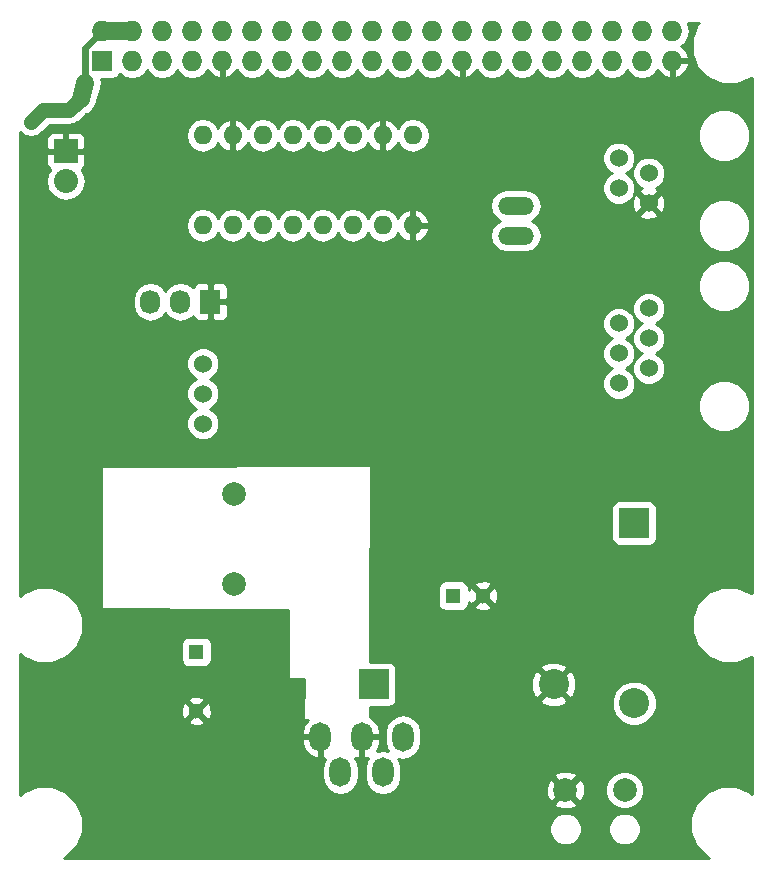
<source format=gbl>
G04 #@! TF.FileFunction,Copper,L2,Bot*
%FSLAX46Y46*%
G04 Gerber Fmt 4.6, Leading zero omitted, Abs format (unit mm)*
G04 Created by KiCad (PCBNEW 4.0.2+dfsg1-2~bpo8+1-stable) date Sat 10 Dec 2016 13:59:47 GMT*
%MOMM*%
G01*
G04 APERTURE LIST*
%ADD10C,0.100000*%
%ADD11O,1.600000X1.600000*%
%ADD12R,1.300000X1.300000*%
%ADD13C,1.300000*%
%ADD14O,1.800860X2.499360*%
%ADD15O,3.014980X1.506220*%
%ADD16C,1.998980*%
%ADD17R,2.032000X2.032000*%
%ADD18O,2.032000X2.032000*%
%ADD19R,1.727200X2.032000*%
%ADD20O,1.727200X2.032000*%
%ADD21C,1.524000*%
%ADD22R,1.727200X1.727200*%
%ADD23O,1.727200X1.727200*%
%ADD24C,2.000000*%
%ADD25C,2.540000*%
%ADD26R,2.540000X2.540000*%
%ADD27C,0.762000*%
%ADD28C,1.270000*%
%ADD29C,0.609600*%
%ADD30C,1.524000*%
%ADD31C,0.254000*%
G04 APERTURE END LIST*
D10*
D11*
X135000000Y-73800000D03*
X137540000Y-73800000D03*
X140080000Y-73800000D03*
X142620000Y-73800000D03*
X145160000Y-73800000D03*
X147700000Y-73800000D03*
X150240000Y-73800000D03*
X152780000Y-73800000D03*
X152780000Y-66180000D03*
X150240000Y-66180000D03*
X147700000Y-66180000D03*
X145160000Y-66180000D03*
X142620000Y-66180000D03*
X140080000Y-66180000D03*
X137540000Y-66180000D03*
X135000000Y-66180000D03*
D12*
X134450000Y-109900000D03*
D13*
X134450000Y-114900000D03*
X158700000Y-105150000D03*
D12*
X156200000Y-105150000D03*
D14*
X148450000Y-117100160D03*
X151950120Y-117100160D03*
X144949880Y-117100160D03*
X146649140Y-120099900D03*
X150250860Y-120099900D03*
D15*
X161500000Y-74670000D03*
X161500000Y-72130000D03*
D16*
X137655000Y-96555000D03*
X137655000Y-104175000D03*
D17*
X123400000Y-67500000D03*
D18*
X123400000Y-70040000D03*
D19*
X135636000Y-80264000D03*
D20*
X133096000Y-80264000D03*
X130556000Y-80264000D03*
D21*
X135000000Y-88040000D03*
X135000000Y-90580000D03*
X135000000Y-85500000D03*
D22*
X126470000Y-59870000D03*
D23*
X126470000Y-57330000D03*
X129010000Y-59870000D03*
X129010000Y-57330000D03*
X131550000Y-59870000D03*
X131550000Y-57330000D03*
X134090000Y-59870000D03*
X134090000Y-57330000D03*
X136630000Y-59870000D03*
X136630000Y-57330000D03*
X139170000Y-59870000D03*
X139170000Y-57330000D03*
X141710000Y-59870000D03*
X141710000Y-57330000D03*
X144250000Y-59870000D03*
X144250000Y-57330000D03*
X146790000Y-59870000D03*
X146790000Y-57330000D03*
X149330000Y-59870000D03*
X149330000Y-57330000D03*
X151870000Y-59870000D03*
X151870000Y-57330000D03*
X154410000Y-59870000D03*
X154410000Y-57330000D03*
X156950000Y-59870000D03*
X156950000Y-57330000D03*
X159490000Y-59870000D03*
X159490000Y-57330000D03*
X162030000Y-59870000D03*
X162030000Y-57330000D03*
X164570000Y-59870000D03*
X164570000Y-57330000D03*
X167110000Y-59870000D03*
X167110000Y-57330000D03*
X169650000Y-59870000D03*
X169650000Y-57330000D03*
X172190000Y-59870000D03*
X172190000Y-57330000D03*
X174730000Y-59870000D03*
X174730000Y-57330000D03*
D21*
X170200000Y-84640000D03*
X170200000Y-82100000D03*
X170200000Y-87180000D03*
X172740000Y-80830000D03*
X172740000Y-83370000D03*
X172740000Y-85910000D03*
D24*
X165700000Y-121600000D03*
X170700000Y-121600000D03*
D21*
X172740000Y-69370000D03*
X172740000Y-71910000D03*
X170200000Y-70640000D03*
X170200000Y-68100000D03*
D25*
X171502960Y-114241220D03*
D26*
X171502960Y-99001220D03*
D25*
X164691220Y-112647040D03*
D26*
X149451220Y-112647040D03*
D27*
X156175000Y-83675000D03*
X155175000Y-88455000D03*
X164400000Y-88225000D03*
X164500000Y-83625000D03*
X159635000Y-83545000D03*
X159635000Y-88455000D03*
X154350000Y-86250000D03*
X160000000Y-70250000D03*
X166155000Y-68055000D03*
X120450000Y-65025000D03*
X124650000Y-63100000D03*
X123700000Y-64000000D03*
X121500000Y-64000000D03*
X125047599Y-61749601D03*
D28*
X164400000Y-88225000D02*
X159865000Y-88225000D01*
X159865000Y-88225000D02*
X159635000Y-88455000D01*
X159635000Y-83545000D02*
X164420000Y-83545000D01*
X164420000Y-83545000D02*
X164500000Y-83625000D01*
D29*
X125047599Y-61749601D02*
X125047599Y-58752401D01*
X125047599Y-58752401D02*
X126470000Y-57330000D01*
D28*
X123700000Y-64000000D02*
X124650000Y-63100000D01*
X120450000Y-65025000D02*
X120475000Y-65025000D01*
X120475000Y-65025000D02*
X121500000Y-64000000D01*
X121500000Y-64000000D02*
X123700000Y-64000000D01*
D30*
X125047599Y-61749601D02*
X124650000Y-63100000D01*
X126470000Y-57330000D02*
X129010000Y-57330000D01*
D31*
G36*
X176875877Y-56779664D02*
X176383561Y-57965294D01*
X176382441Y-59249074D01*
X176872687Y-60435561D01*
X177779664Y-61344123D01*
X178965294Y-61836439D01*
X180249074Y-61837559D01*
X181435561Y-61347313D01*
X181483000Y-61299957D01*
X181483000Y-104918616D01*
X181440336Y-104875877D01*
X180254706Y-104383561D01*
X178970926Y-104382441D01*
X177784439Y-104872687D01*
X176875877Y-105779664D01*
X176383561Y-106965294D01*
X176382441Y-108249074D01*
X176872687Y-109435561D01*
X177779664Y-110344123D01*
X178965294Y-110836439D01*
X180249074Y-110837559D01*
X181435561Y-110347313D01*
X181483000Y-110299957D01*
X181483000Y-121918808D01*
X181330336Y-121765877D01*
X180144706Y-121273561D01*
X178860926Y-121272441D01*
X177674439Y-121762687D01*
X176765877Y-122669664D01*
X176273561Y-123855294D01*
X176272441Y-125139074D01*
X176762687Y-126325561D01*
X177669664Y-127234123D01*
X177864438Y-127315000D01*
X123247544Y-127315000D01*
X123435561Y-127237313D01*
X124344123Y-126330336D01*
X124824156Y-125174285D01*
X164314760Y-125174285D01*
X164525169Y-125683515D01*
X164914436Y-126073461D01*
X165423298Y-126284759D01*
X165974285Y-126285240D01*
X166483515Y-126074831D01*
X166873461Y-125685564D01*
X167084759Y-125176702D01*
X167084761Y-125174285D01*
X169314760Y-125174285D01*
X169525169Y-125683515D01*
X169914436Y-126073461D01*
X170423298Y-126284759D01*
X170974285Y-126285240D01*
X171483515Y-126074831D01*
X171873461Y-125685564D01*
X172084759Y-125176702D01*
X172085240Y-124625715D01*
X171874831Y-124116485D01*
X171485564Y-123726539D01*
X170976702Y-123515241D01*
X170425715Y-123514760D01*
X169916485Y-123725169D01*
X169526539Y-124114436D01*
X169315241Y-124623298D01*
X169314760Y-125174285D01*
X167084761Y-125174285D01*
X167085240Y-124625715D01*
X166874831Y-124116485D01*
X166485564Y-123726539D01*
X165976702Y-123515241D01*
X165425715Y-123514760D01*
X164916485Y-123725169D01*
X164526539Y-124114436D01*
X164315241Y-124623298D01*
X164314760Y-125174285D01*
X124824156Y-125174285D01*
X124836439Y-125144706D01*
X124837559Y-123860926D01*
X124379581Y-122752532D01*
X164727073Y-122752532D01*
X164825736Y-123019387D01*
X165435461Y-123245908D01*
X166085460Y-123221856D01*
X166574264Y-123019387D01*
X166672927Y-122752532D01*
X165700000Y-121779605D01*
X164727073Y-122752532D01*
X124379581Y-122752532D01*
X124347313Y-122674439D01*
X123440336Y-121765877D01*
X122254706Y-121273561D01*
X120970926Y-121272441D01*
X119784439Y-121762687D01*
X119507000Y-122039642D01*
X119507000Y-117227160D01*
X143414450Y-117227160D01*
X143414450Y-117576410D01*
X143579928Y-118154326D01*
X143953969Y-118624925D01*
X144479628Y-118916563D01*
X144585072Y-118940873D01*
X144822880Y-118820220D01*
X144822880Y-117227160D01*
X143414450Y-117227160D01*
X119507000Y-117227160D01*
X119507000Y-115799016D01*
X133730590Y-115799016D01*
X133786271Y-116029611D01*
X134269078Y-116197622D01*
X134779428Y-116168083D01*
X135113729Y-116029611D01*
X135169410Y-115799016D01*
X134450000Y-115079605D01*
X133730590Y-115799016D01*
X119507000Y-115799016D01*
X119507000Y-114719078D01*
X133152378Y-114719078D01*
X133181917Y-115229428D01*
X133320389Y-115563729D01*
X133550984Y-115619410D01*
X134270395Y-114900000D01*
X134629605Y-114900000D01*
X135349016Y-115619410D01*
X135579611Y-115563729D01*
X135747622Y-115080922D01*
X135718083Y-114570572D01*
X135579611Y-114236271D01*
X135349016Y-114180590D01*
X134629605Y-114900000D01*
X134270395Y-114900000D01*
X133550984Y-114180590D01*
X133320389Y-114236271D01*
X133152378Y-114719078D01*
X119507000Y-114719078D01*
X119507000Y-114000984D01*
X133730590Y-114000984D01*
X134450000Y-114720395D01*
X135169410Y-114000984D01*
X135113729Y-113770389D01*
X134630922Y-113602378D01*
X134120572Y-113631917D01*
X133786271Y-113770389D01*
X133730590Y-114000984D01*
X119507000Y-114000984D01*
X119507000Y-110080983D01*
X119779664Y-110354123D01*
X120965294Y-110846439D01*
X122249074Y-110847559D01*
X123435561Y-110357313D01*
X124344123Y-109450336D01*
X124427309Y-109250000D01*
X133152560Y-109250000D01*
X133152560Y-110550000D01*
X133196838Y-110785317D01*
X133335910Y-111001441D01*
X133548110Y-111146431D01*
X133800000Y-111197440D01*
X135100000Y-111197440D01*
X135335317Y-111153162D01*
X135551441Y-111014090D01*
X135696431Y-110801890D01*
X135747440Y-110550000D01*
X135747440Y-109250000D01*
X135703162Y-109014683D01*
X135564090Y-108798559D01*
X135351890Y-108653569D01*
X135100000Y-108602560D01*
X133800000Y-108602560D01*
X133564683Y-108646838D01*
X133348559Y-108785910D01*
X133203569Y-108998110D01*
X133152560Y-109250000D01*
X124427309Y-109250000D01*
X124836439Y-108264706D01*
X124837559Y-106980926D01*
X124347313Y-105794439D01*
X123440336Y-104885877D01*
X122254706Y-104393561D01*
X120970926Y-104392441D01*
X119784439Y-104882687D01*
X119507000Y-105159642D01*
X119507000Y-94267858D01*
X126356916Y-94267858D01*
X126356916Y-106167858D01*
X126365402Y-106213502D01*
X126392497Y-106256015D01*
X126433998Y-106284636D01*
X126483364Y-106294857D01*
X137983364Y-106344857D01*
X137984441Y-106344857D01*
X142173735Y-106327524D01*
X142206918Y-112068592D01*
X142216239Y-112115618D01*
X142244091Y-112157638D01*
X142286098Y-112185512D01*
X142335639Y-112194846D01*
X143520523Y-112178768D01*
X143456939Y-115515438D01*
X143466633Y-115566578D01*
X143494828Y-115608369D01*
X143537060Y-115635898D01*
X143586676Y-115644828D01*
X143904270Y-115637924D01*
X143579928Y-116045994D01*
X143414450Y-116623910D01*
X143414450Y-116973160D01*
X144822880Y-116973160D01*
X144822880Y-116953160D01*
X145076880Y-116953160D01*
X145076880Y-116973160D01*
X145096880Y-116973160D01*
X145096880Y-117227160D01*
X145076880Y-117227160D01*
X145076880Y-118820220D01*
X145314688Y-118940873D01*
X145361610Y-118930055D01*
X145230588Y-119126143D01*
X145113710Y-119713727D01*
X145113710Y-120486073D01*
X145230588Y-121073657D01*
X145563427Y-121571786D01*
X146061556Y-121904625D01*
X146649140Y-122021503D01*
X147236724Y-121904625D01*
X147734853Y-121571786D01*
X148067692Y-121073657D01*
X148184570Y-120486073D01*
X148184570Y-119713727D01*
X148067692Y-119126143D01*
X147896968Y-118870636D01*
X147979748Y-118916563D01*
X148085192Y-118940873D01*
X148323000Y-118820220D01*
X148323000Y-117227160D01*
X148577000Y-117227160D01*
X148577000Y-118820220D01*
X148814808Y-118940873D01*
X148920252Y-118916563D01*
X149003032Y-118870636D01*
X148832308Y-119126143D01*
X148715430Y-119713727D01*
X148715430Y-120486073D01*
X148832308Y-121073657D01*
X149165147Y-121571786D01*
X149663276Y-121904625D01*
X150250860Y-122021503D01*
X150838444Y-121904625D01*
X151336573Y-121571786D01*
X151494480Y-121335461D01*
X164054092Y-121335461D01*
X164078144Y-121985460D01*
X164280613Y-122474264D01*
X164547468Y-122572927D01*
X165520395Y-121600000D01*
X165879605Y-121600000D01*
X166852532Y-122572927D01*
X167119387Y-122474264D01*
X167323893Y-121923795D01*
X169064716Y-121923795D01*
X169313106Y-122524943D01*
X169772637Y-122985278D01*
X170373352Y-123234716D01*
X171023795Y-123235284D01*
X171624943Y-122986894D01*
X172085278Y-122527363D01*
X172334716Y-121926648D01*
X172335284Y-121276205D01*
X172086894Y-120675057D01*
X171627363Y-120214722D01*
X171026648Y-119965284D01*
X170376205Y-119964716D01*
X169775057Y-120213106D01*
X169314722Y-120672637D01*
X169065284Y-121273352D01*
X169064716Y-121923795D01*
X167323893Y-121923795D01*
X167345908Y-121864539D01*
X167321856Y-121214540D01*
X167119387Y-120725736D01*
X166852532Y-120627073D01*
X165879605Y-121600000D01*
X165520395Y-121600000D01*
X164547468Y-120627073D01*
X164280613Y-120725736D01*
X164054092Y-121335461D01*
X151494480Y-121335461D01*
X151669412Y-121073657D01*
X151786290Y-120486073D01*
X151786290Y-120447468D01*
X164727073Y-120447468D01*
X165700000Y-121420395D01*
X166672927Y-120447468D01*
X166574264Y-120180613D01*
X165964539Y-119954092D01*
X165314540Y-119978144D01*
X164825736Y-120180613D01*
X164727073Y-120447468D01*
X151786290Y-120447468D01*
X151786290Y-119713727D01*
X151669412Y-119126143D01*
X151545950Y-118941368D01*
X151950120Y-119021763D01*
X152537704Y-118904885D01*
X153035833Y-118572046D01*
X153368672Y-118073917D01*
X153485550Y-117486333D01*
X153485550Y-116713987D01*
X153368672Y-116126403D01*
X153035833Y-115628274D01*
X152537704Y-115295435D01*
X151950120Y-115178557D01*
X151362536Y-115295435D01*
X150864407Y-115628274D01*
X150531568Y-116126403D01*
X150414690Y-116713987D01*
X150414690Y-117486333D01*
X150531568Y-118073917D01*
X150655030Y-118258692D01*
X150250860Y-118178297D01*
X149716402Y-118284608D01*
X149819952Y-118154326D01*
X149985430Y-117576410D01*
X149985430Y-117227160D01*
X148577000Y-117227160D01*
X148323000Y-117227160D01*
X148303000Y-117227160D01*
X148303000Y-116973160D01*
X148323000Y-116973160D01*
X148323000Y-116953160D01*
X148577000Y-116953160D01*
X148577000Y-116973160D01*
X149985430Y-116973160D01*
X149985430Y-116623910D01*
X149819952Y-116045994D01*
X149445911Y-115575395D01*
X149111285Y-115389743D01*
X149114914Y-114618485D01*
X169597630Y-114618485D01*
X169887038Y-115318906D01*
X170422455Y-115855259D01*
X171122370Y-116145888D01*
X171880225Y-116146550D01*
X172580646Y-115857142D01*
X173116999Y-115321725D01*
X173407628Y-114621810D01*
X173408290Y-113863955D01*
X173118882Y-113163534D01*
X172583465Y-112627181D01*
X171883550Y-112336552D01*
X171125695Y-112335890D01*
X170425274Y-112625298D01*
X169888921Y-113160715D01*
X169598292Y-113860630D01*
X169597630Y-114618485D01*
X149114914Y-114618485D01*
X149115169Y-114564480D01*
X150721220Y-114564480D01*
X150956537Y-114520202D01*
X151172661Y-114381130D01*
X151317651Y-114168930D01*
X151352909Y-113994817D01*
X163523048Y-113994817D01*
X163654740Y-114289697D01*
X164362256Y-114561301D01*
X165119852Y-114541476D01*
X165727700Y-114289697D01*
X165859392Y-113994817D01*
X164691220Y-112826645D01*
X163523048Y-113994817D01*
X151352909Y-113994817D01*
X151368660Y-113917040D01*
X151368660Y-112318076D01*
X162776959Y-112318076D01*
X162796784Y-113075672D01*
X163048563Y-113683520D01*
X163343443Y-113815212D01*
X164511615Y-112647040D01*
X164870825Y-112647040D01*
X166038997Y-113815212D01*
X166333877Y-113683520D01*
X166605481Y-112976004D01*
X166585656Y-112218408D01*
X166333877Y-111610560D01*
X166038997Y-111478868D01*
X164870825Y-112647040D01*
X164511615Y-112647040D01*
X163343443Y-111478868D01*
X163048563Y-111610560D01*
X162776959Y-112318076D01*
X151368660Y-112318076D01*
X151368660Y-111377040D01*
X151354026Y-111299263D01*
X163523048Y-111299263D01*
X164691220Y-112467435D01*
X165859392Y-111299263D01*
X165727700Y-111004383D01*
X165020184Y-110732779D01*
X164262588Y-110752604D01*
X163654740Y-111004383D01*
X163523048Y-111299263D01*
X151354026Y-111299263D01*
X151324382Y-111141723D01*
X151185310Y-110925599D01*
X150973110Y-110780609D01*
X150721220Y-110729600D01*
X149133215Y-110729600D01*
X149162530Y-104500000D01*
X154902560Y-104500000D01*
X154902560Y-105800000D01*
X154946838Y-106035317D01*
X155085910Y-106251441D01*
X155298110Y-106396431D01*
X155550000Y-106447440D01*
X156850000Y-106447440D01*
X157085317Y-106403162D01*
X157301441Y-106264090D01*
X157446431Y-106051890D01*
X157447012Y-106049016D01*
X157980590Y-106049016D01*
X158036271Y-106279611D01*
X158519078Y-106447622D01*
X159029428Y-106418083D01*
X159363729Y-106279611D01*
X159419410Y-106049016D01*
X158700000Y-105329605D01*
X157980590Y-106049016D01*
X157447012Y-106049016D01*
X157497440Y-105800000D01*
X157497440Y-105637615D01*
X157570389Y-105813729D01*
X157800984Y-105869410D01*
X158520395Y-105150000D01*
X158879605Y-105150000D01*
X159599016Y-105869410D01*
X159829611Y-105813729D01*
X159997622Y-105330922D01*
X159968083Y-104820572D01*
X159829611Y-104486271D01*
X159599016Y-104430590D01*
X158879605Y-105150000D01*
X158520395Y-105150000D01*
X157800984Y-104430590D01*
X157570389Y-104486271D01*
X157497440Y-104695902D01*
X157497440Y-104500000D01*
X157453162Y-104264683D01*
X157444347Y-104250984D01*
X157980590Y-104250984D01*
X158700000Y-104970395D01*
X159419410Y-104250984D01*
X159363729Y-104020389D01*
X158880922Y-103852378D01*
X158370572Y-103881917D01*
X158036271Y-104020389D01*
X157980590Y-104250984D01*
X157444347Y-104250984D01*
X157314090Y-104048559D01*
X157101890Y-103903569D01*
X156850000Y-103852560D01*
X155550000Y-103852560D01*
X155314683Y-103896838D01*
X155098559Y-104035910D01*
X154953569Y-104248110D01*
X154902560Y-104500000D01*
X149162530Y-104500000D01*
X149194383Y-97731220D01*
X169585520Y-97731220D01*
X169585520Y-100271220D01*
X169629798Y-100506537D01*
X169768870Y-100722661D01*
X169981070Y-100867651D01*
X170232960Y-100918660D01*
X172772960Y-100918660D01*
X173008277Y-100874382D01*
X173224401Y-100735310D01*
X173369391Y-100523110D01*
X173420400Y-100271220D01*
X173420400Y-97731220D01*
X173376122Y-97495903D01*
X173237050Y-97279779D01*
X173024850Y-97134789D01*
X172772960Y-97083780D01*
X170232960Y-97083780D01*
X169997643Y-97128058D01*
X169781519Y-97267130D01*
X169636529Y-97479330D01*
X169585520Y-97731220D01*
X149194383Y-97731220D01*
X149210915Y-94218456D01*
X149202128Y-94171437D01*
X149174754Y-94129103D01*
X149133067Y-94100755D01*
X149083635Y-94090858D01*
X126483635Y-94140858D01*
X126437757Y-94149543D01*
X126395363Y-94176823D01*
X126366922Y-94218448D01*
X126356916Y-94267858D01*
X119507000Y-94267858D01*
X119507000Y-85776661D01*
X133602758Y-85776661D01*
X133814990Y-86290303D01*
X134207630Y-86683629D01*
X134415512Y-86769949D01*
X134209697Y-86854990D01*
X133816371Y-87247630D01*
X133603243Y-87760900D01*
X133602758Y-88316661D01*
X133814990Y-88830303D01*
X134207630Y-89223629D01*
X134415512Y-89309949D01*
X134209697Y-89394990D01*
X133816371Y-89787630D01*
X133603243Y-90300900D01*
X133602758Y-90856661D01*
X133814990Y-91370303D01*
X134207630Y-91763629D01*
X134720900Y-91976757D01*
X135276661Y-91977242D01*
X135790303Y-91765010D01*
X136183629Y-91372370D01*
X136396757Y-90859100D01*
X136397242Y-90303339D01*
X136185010Y-89789697D01*
X135913455Y-89517667D01*
X176889618Y-89517667D01*
X177225361Y-90330229D01*
X177846501Y-90952454D01*
X178658475Y-91289615D01*
X179537667Y-91290382D01*
X180350229Y-90954639D01*
X180972454Y-90333499D01*
X181309615Y-89521525D01*
X181310382Y-88642333D01*
X180974639Y-87829771D01*
X180353499Y-87207546D01*
X179541525Y-86870385D01*
X178662333Y-86869618D01*
X177849771Y-87205361D01*
X177227546Y-87826501D01*
X176890385Y-88638475D01*
X176889618Y-89517667D01*
X135913455Y-89517667D01*
X135792370Y-89396371D01*
X135584488Y-89310051D01*
X135790303Y-89225010D01*
X136183629Y-88832370D01*
X136396757Y-88319100D01*
X136397242Y-87763339D01*
X136185010Y-87249697D01*
X135792370Y-86856371D01*
X135584488Y-86770051D01*
X135790303Y-86685010D01*
X136183629Y-86292370D01*
X136396757Y-85779100D01*
X136397242Y-85223339D01*
X136185010Y-84709697D01*
X135792370Y-84316371D01*
X135279100Y-84103243D01*
X134723339Y-84102758D01*
X134209697Y-84314990D01*
X133816371Y-84707630D01*
X133603243Y-85220900D01*
X133602758Y-85776661D01*
X119507000Y-85776661D01*
X119507000Y-82376661D01*
X168802758Y-82376661D01*
X169014990Y-82890303D01*
X169407630Y-83283629D01*
X169615512Y-83369949D01*
X169409697Y-83454990D01*
X169016371Y-83847630D01*
X168803243Y-84360900D01*
X168802758Y-84916661D01*
X169014990Y-85430303D01*
X169407630Y-85823629D01*
X169615512Y-85909949D01*
X169409697Y-85994990D01*
X169016371Y-86387630D01*
X168803243Y-86900900D01*
X168802758Y-87456661D01*
X169014990Y-87970303D01*
X169407630Y-88363629D01*
X169920900Y-88576757D01*
X170476661Y-88577242D01*
X170990303Y-88365010D01*
X171383629Y-87972370D01*
X171596757Y-87459100D01*
X171597242Y-86903339D01*
X171385010Y-86389697D01*
X170992370Y-85996371D01*
X170784488Y-85910051D01*
X170990303Y-85825010D01*
X171383629Y-85432370D01*
X171596757Y-84919100D01*
X171597242Y-84363339D01*
X171385010Y-83849697D01*
X170992370Y-83456371D01*
X170784488Y-83370051D01*
X170990303Y-83285010D01*
X171383629Y-82892370D01*
X171596757Y-82379100D01*
X171597242Y-81823339D01*
X171385010Y-81309697D01*
X171182329Y-81106661D01*
X171342758Y-81106661D01*
X171554990Y-81620303D01*
X171947630Y-82013629D01*
X172155512Y-82099949D01*
X171949697Y-82184990D01*
X171556371Y-82577630D01*
X171343243Y-83090900D01*
X171342758Y-83646661D01*
X171554990Y-84160303D01*
X171947630Y-84553629D01*
X172155512Y-84639949D01*
X171949697Y-84724990D01*
X171556371Y-85117630D01*
X171343243Y-85630900D01*
X171342758Y-86186661D01*
X171554990Y-86700303D01*
X171947630Y-87093629D01*
X172460900Y-87306757D01*
X173016661Y-87307242D01*
X173530303Y-87095010D01*
X173923629Y-86702370D01*
X174136757Y-86189100D01*
X174137242Y-85633339D01*
X173925010Y-85119697D01*
X173532370Y-84726371D01*
X173324488Y-84640051D01*
X173530303Y-84555010D01*
X173923629Y-84162370D01*
X174136757Y-83649100D01*
X174137242Y-83093339D01*
X173925010Y-82579697D01*
X173532370Y-82186371D01*
X173324488Y-82100051D01*
X173530303Y-82015010D01*
X173923629Y-81622370D01*
X174136757Y-81109100D01*
X174137242Y-80553339D01*
X173925010Y-80039697D01*
X173532370Y-79646371D01*
X173019100Y-79433243D01*
X172463339Y-79432758D01*
X171949697Y-79644990D01*
X171556371Y-80037630D01*
X171343243Y-80550900D01*
X171342758Y-81106661D01*
X171182329Y-81106661D01*
X170992370Y-80916371D01*
X170479100Y-80703243D01*
X169923339Y-80702758D01*
X169409697Y-80914990D01*
X169016371Y-81307630D01*
X168803243Y-81820900D01*
X168802758Y-82376661D01*
X119507000Y-82376661D01*
X119507000Y-80079255D01*
X129057400Y-80079255D01*
X129057400Y-80448745D01*
X129171474Y-81022234D01*
X129496330Y-81508415D01*
X129982511Y-81833271D01*
X130556000Y-81947345D01*
X131129489Y-81833271D01*
X131615670Y-81508415D01*
X131826000Y-81193634D01*
X132036330Y-81508415D01*
X132522511Y-81833271D01*
X133096000Y-81947345D01*
X133669489Y-81833271D01*
X134155670Y-81508415D01*
X134170500Y-81486220D01*
X134234073Y-81639698D01*
X134412701Y-81818327D01*
X134646090Y-81915000D01*
X135350250Y-81915000D01*
X135509000Y-81756250D01*
X135509000Y-80391000D01*
X135763000Y-80391000D01*
X135763000Y-81756250D01*
X135921750Y-81915000D01*
X136625910Y-81915000D01*
X136859299Y-81818327D01*
X137037927Y-81639698D01*
X137134600Y-81406309D01*
X137134600Y-80549750D01*
X136975850Y-80391000D01*
X135763000Y-80391000D01*
X135509000Y-80391000D01*
X135489000Y-80391000D01*
X135489000Y-80137000D01*
X135509000Y-80137000D01*
X135509000Y-78771750D01*
X135763000Y-78771750D01*
X135763000Y-80137000D01*
X136975850Y-80137000D01*
X137134600Y-79978250D01*
X137134600Y-79357667D01*
X176889618Y-79357667D01*
X177225361Y-80170229D01*
X177846501Y-80792454D01*
X178658475Y-81129615D01*
X179537667Y-81130382D01*
X180350229Y-80794639D01*
X180972454Y-80173499D01*
X181309615Y-79361525D01*
X181310382Y-78482333D01*
X180974639Y-77669771D01*
X180353499Y-77047546D01*
X179541525Y-76710385D01*
X178662333Y-76709618D01*
X177849771Y-77045361D01*
X177227546Y-77666501D01*
X176890385Y-78478475D01*
X176889618Y-79357667D01*
X137134600Y-79357667D01*
X137134600Y-79121691D01*
X137037927Y-78888302D01*
X136859299Y-78709673D01*
X136625910Y-78613000D01*
X135921750Y-78613000D01*
X135763000Y-78771750D01*
X135509000Y-78771750D01*
X135350250Y-78613000D01*
X134646090Y-78613000D01*
X134412701Y-78709673D01*
X134234073Y-78888302D01*
X134170500Y-79041780D01*
X134155670Y-79019585D01*
X133669489Y-78694729D01*
X133096000Y-78580655D01*
X132522511Y-78694729D01*
X132036330Y-79019585D01*
X131826000Y-79334366D01*
X131615670Y-79019585D01*
X131129489Y-78694729D01*
X130556000Y-78580655D01*
X129982511Y-78694729D01*
X129496330Y-79019585D01*
X129171474Y-79505766D01*
X129057400Y-80079255D01*
X119507000Y-80079255D01*
X119507000Y-73771887D01*
X133565000Y-73771887D01*
X133565000Y-73828113D01*
X133674233Y-74377264D01*
X133985302Y-74842811D01*
X134450849Y-75153880D01*
X135000000Y-75263113D01*
X135549151Y-75153880D01*
X136014698Y-74842811D01*
X136270000Y-74460725D01*
X136525302Y-74842811D01*
X136990849Y-75153880D01*
X137540000Y-75263113D01*
X138089151Y-75153880D01*
X138554698Y-74842811D01*
X138810000Y-74460725D01*
X139065302Y-74842811D01*
X139530849Y-75153880D01*
X140080000Y-75263113D01*
X140629151Y-75153880D01*
X141094698Y-74842811D01*
X141350000Y-74460725D01*
X141605302Y-74842811D01*
X142070849Y-75153880D01*
X142620000Y-75263113D01*
X143169151Y-75153880D01*
X143634698Y-74842811D01*
X143890000Y-74460725D01*
X144145302Y-74842811D01*
X144610849Y-75153880D01*
X145160000Y-75263113D01*
X145709151Y-75153880D01*
X146174698Y-74842811D01*
X146430000Y-74460725D01*
X146685302Y-74842811D01*
X147150849Y-75153880D01*
X147700000Y-75263113D01*
X148249151Y-75153880D01*
X148714698Y-74842811D01*
X148970000Y-74460725D01*
X149225302Y-74842811D01*
X149690849Y-75153880D01*
X150240000Y-75263113D01*
X150789151Y-75153880D01*
X151254698Y-74842811D01*
X151524986Y-74438297D01*
X151627611Y-74655134D01*
X152042577Y-75031041D01*
X152430961Y-75191904D01*
X152653000Y-75069915D01*
X152653000Y-73927000D01*
X152907000Y-73927000D01*
X152907000Y-75069915D01*
X153129039Y-75191904D01*
X153517423Y-75031041D01*
X153932389Y-74655134D01*
X154171914Y-74149041D01*
X154050629Y-73927000D01*
X152907000Y-73927000D01*
X152653000Y-73927000D01*
X152633000Y-73927000D01*
X152633000Y-73673000D01*
X152653000Y-73673000D01*
X152653000Y-72530085D01*
X152907000Y-72530085D01*
X152907000Y-73673000D01*
X154050629Y-73673000D01*
X154171914Y-73450959D01*
X153932389Y-72944866D01*
X153517423Y-72568959D01*
X153129039Y-72408096D01*
X152907000Y-72530085D01*
X152653000Y-72530085D01*
X152430961Y-72408096D01*
X152042577Y-72568959D01*
X151627611Y-72944866D01*
X151524986Y-73161703D01*
X151254698Y-72757189D01*
X150789151Y-72446120D01*
X150240000Y-72336887D01*
X149690849Y-72446120D01*
X149225302Y-72757189D01*
X148970000Y-73139275D01*
X148714698Y-72757189D01*
X148249151Y-72446120D01*
X147700000Y-72336887D01*
X147150849Y-72446120D01*
X146685302Y-72757189D01*
X146430000Y-73139275D01*
X146174698Y-72757189D01*
X145709151Y-72446120D01*
X145160000Y-72336887D01*
X144610849Y-72446120D01*
X144145302Y-72757189D01*
X143890000Y-73139275D01*
X143634698Y-72757189D01*
X143169151Y-72446120D01*
X142620000Y-72336887D01*
X142070849Y-72446120D01*
X141605302Y-72757189D01*
X141350000Y-73139275D01*
X141094698Y-72757189D01*
X140629151Y-72446120D01*
X140080000Y-72336887D01*
X139530849Y-72446120D01*
X139065302Y-72757189D01*
X138810000Y-73139275D01*
X138554698Y-72757189D01*
X138089151Y-72446120D01*
X137540000Y-72336887D01*
X136990849Y-72446120D01*
X136525302Y-72757189D01*
X136270000Y-73139275D01*
X136014698Y-72757189D01*
X135549151Y-72446120D01*
X135000000Y-72336887D01*
X134450849Y-72446120D01*
X133985302Y-72757189D01*
X133674233Y-73222736D01*
X133565000Y-73771887D01*
X119507000Y-73771887D01*
X119507000Y-72130000D01*
X159315536Y-72130000D01*
X159421200Y-72661207D01*
X159722104Y-73111542D01*
X160153812Y-73400000D01*
X159722104Y-73688458D01*
X159421200Y-74138793D01*
X159315536Y-74670000D01*
X159421200Y-75201207D01*
X159722104Y-75651542D01*
X160172439Y-75952446D01*
X160703646Y-76058110D01*
X162296354Y-76058110D01*
X162827561Y-75952446D01*
X163277896Y-75651542D01*
X163578800Y-75201207D01*
X163684464Y-74670000D01*
X163600457Y-74247667D01*
X176889618Y-74247667D01*
X177225361Y-75060229D01*
X177846501Y-75682454D01*
X178658475Y-76019615D01*
X179537667Y-76020382D01*
X180350229Y-75684639D01*
X180972454Y-75063499D01*
X181309615Y-74251525D01*
X181310382Y-73372333D01*
X180974639Y-72559771D01*
X180353499Y-71937546D01*
X179541525Y-71600385D01*
X178662333Y-71599618D01*
X177849771Y-71935361D01*
X177227546Y-72556501D01*
X176890385Y-73368475D01*
X176889618Y-74247667D01*
X163600457Y-74247667D01*
X163578800Y-74138793D01*
X163277896Y-73688458D01*
X162846188Y-73400000D01*
X163277896Y-73111542D01*
X163425783Y-72890213D01*
X171939392Y-72890213D01*
X172008857Y-73132397D01*
X172532302Y-73319144D01*
X173087368Y-73291362D01*
X173471143Y-73132397D01*
X173540608Y-72890213D01*
X172740000Y-72089605D01*
X171939392Y-72890213D01*
X163425783Y-72890213D01*
X163578800Y-72661207D01*
X163684464Y-72130000D01*
X163578800Y-71598793D01*
X163277896Y-71148458D01*
X162827561Y-70847554D01*
X162296354Y-70741890D01*
X160703646Y-70741890D01*
X160172439Y-70847554D01*
X159722104Y-71148458D01*
X159421200Y-71598793D01*
X159315536Y-72130000D01*
X119507000Y-72130000D01*
X119507000Y-70040000D01*
X121716655Y-70040000D01*
X121842330Y-70671810D01*
X122200222Y-71207433D01*
X122735845Y-71565325D01*
X123367655Y-71691000D01*
X123432345Y-71691000D01*
X124064155Y-71565325D01*
X124599778Y-71207433D01*
X124957670Y-70671810D01*
X125083345Y-70040000D01*
X124957670Y-69408190D01*
X124733034Y-69071999D01*
X124775698Y-69054327D01*
X124954327Y-68875699D01*
X125051000Y-68642310D01*
X125051000Y-68376661D01*
X168802758Y-68376661D01*
X169014990Y-68890303D01*
X169407630Y-69283629D01*
X169615512Y-69369949D01*
X169409697Y-69454990D01*
X169016371Y-69847630D01*
X168803243Y-70360900D01*
X168802758Y-70916661D01*
X169014990Y-71430303D01*
X169407630Y-71823629D01*
X169920900Y-72036757D01*
X170476661Y-72037242D01*
X170990303Y-71825010D01*
X171113225Y-71702302D01*
X171330856Y-71702302D01*
X171358638Y-72257368D01*
X171517603Y-72641143D01*
X171759787Y-72710608D01*
X172560395Y-71910000D01*
X172919605Y-71910000D01*
X173720213Y-72710608D01*
X173962397Y-72641143D01*
X174149144Y-72117698D01*
X174121362Y-71562632D01*
X173962397Y-71178857D01*
X173720213Y-71109392D01*
X172919605Y-71910000D01*
X172560395Y-71910000D01*
X171759787Y-71109392D01*
X171517603Y-71178857D01*
X171330856Y-71702302D01*
X171113225Y-71702302D01*
X171383629Y-71432370D01*
X171596757Y-70919100D01*
X171597242Y-70363339D01*
X171385010Y-69849697D01*
X171182329Y-69646661D01*
X171342758Y-69646661D01*
X171554990Y-70160303D01*
X171947630Y-70553629D01*
X172139727Y-70633395D01*
X172008857Y-70687603D01*
X171939392Y-70929787D01*
X172740000Y-71730395D01*
X173540608Y-70929787D01*
X173471143Y-70687603D01*
X173330682Y-70637491D01*
X173530303Y-70555010D01*
X173923629Y-70162370D01*
X174136757Y-69649100D01*
X174137242Y-69093339D01*
X173925010Y-68579697D01*
X173532370Y-68186371D01*
X173019100Y-67973243D01*
X172463339Y-67972758D01*
X171949697Y-68184990D01*
X171556371Y-68577630D01*
X171343243Y-69090900D01*
X171342758Y-69646661D01*
X171182329Y-69646661D01*
X170992370Y-69456371D01*
X170784488Y-69370051D01*
X170990303Y-69285010D01*
X171383629Y-68892370D01*
X171596757Y-68379100D01*
X171597242Y-67823339D01*
X171385010Y-67309697D01*
X170992370Y-66916371D01*
X170479100Y-66703243D01*
X169923339Y-66702758D01*
X169409697Y-66914990D01*
X169016371Y-67307630D01*
X168803243Y-67820900D01*
X168802758Y-68376661D01*
X125051000Y-68376661D01*
X125051000Y-67785750D01*
X124892250Y-67627000D01*
X123527000Y-67627000D01*
X123527000Y-67647000D01*
X123273000Y-67647000D01*
X123273000Y-67627000D01*
X121907750Y-67627000D01*
X121749000Y-67785750D01*
X121749000Y-68642310D01*
X121845673Y-68875699D01*
X122024302Y-69054327D01*
X122066966Y-69071999D01*
X121842330Y-69408190D01*
X121716655Y-70040000D01*
X119507000Y-70040000D01*
X119507000Y-66357690D01*
X121749000Y-66357690D01*
X121749000Y-67214250D01*
X121907750Y-67373000D01*
X123273000Y-67373000D01*
X123273000Y-66007750D01*
X123527000Y-66007750D01*
X123527000Y-67373000D01*
X124892250Y-67373000D01*
X125051000Y-67214250D01*
X125051000Y-66357690D01*
X124965754Y-66151887D01*
X133565000Y-66151887D01*
X133565000Y-66208113D01*
X133674233Y-66757264D01*
X133985302Y-67222811D01*
X134450849Y-67533880D01*
X135000000Y-67643113D01*
X135549151Y-67533880D01*
X136014698Y-67222811D01*
X136284986Y-66818297D01*
X136387611Y-67035134D01*
X136802577Y-67411041D01*
X137190961Y-67571904D01*
X137413000Y-67449915D01*
X137413000Y-66307000D01*
X137393000Y-66307000D01*
X137393000Y-66053000D01*
X137413000Y-66053000D01*
X137413000Y-64910085D01*
X137667000Y-64910085D01*
X137667000Y-66053000D01*
X137687000Y-66053000D01*
X137687000Y-66307000D01*
X137667000Y-66307000D01*
X137667000Y-67449915D01*
X137889039Y-67571904D01*
X138277423Y-67411041D01*
X138692389Y-67035134D01*
X138795014Y-66818297D01*
X139065302Y-67222811D01*
X139530849Y-67533880D01*
X140080000Y-67643113D01*
X140629151Y-67533880D01*
X141094698Y-67222811D01*
X141350000Y-66840725D01*
X141605302Y-67222811D01*
X142070849Y-67533880D01*
X142620000Y-67643113D01*
X143169151Y-67533880D01*
X143634698Y-67222811D01*
X143890000Y-66840725D01*
X144145302Y-67222811D01*
X144610849Y-67533880D01*
X145160000Y-67643113D01*
X145709151Y-67533880D01*
X146174698Y-67222811D01*
X146430000Y-66840725D01*
X146685302Y-67222811D01*
X147150849Y-67533880D01*
X147700000Y-67643113D01*
X148249151Y-67533880D01*
X148714698Y-67222811D01*
X148984986Y-66818297D01*
X149087611Y-67035134D01*
X149502577Y-67411041D01*
X149890961Y-67571904D01*
X150113000Y-67449915D01*
X150113000Y-66307000D01*
X150093000Y-66307000D01*
X150093000Y-66053000D01*
X150113000Y-66053000D01*
X150113000Y-64910085D01*
X150367000Y-64910085D01*
X150367000Y-66053000D01*
X150387000Y-66053000D01*
X150387000Y-66307000D01*
X150367000Y-66307000D01*
X150367000Y-67449915D01*
X150589039Y-67571904D01*
X150977423Y-67411041D01*
X151392389Y-67035134D01*
X151495014Y-66818297D01*
X151765302Y-67222811D01*
X152230849Y-67533880D01*
X152780000Y-67643113D01*
X153329151Y-67533880D01*
X153794698Y-67222811D01*
X154105767Y-66757264D01*
X154131545Y-66627667D01*
X176889618Y-66627667D01*
X177225361Y-67440229D01*
X177846501Y-68062454D01*
X178658475Y-68399615D01*
X179537667Y-68400382D01*
X180350229Y-68064639D01*
X180972454Y-67443499D01*
X181309615Y-66631525D01*
X181310382Y-65752333D01*
X180974639Y-64939771D01*
X180353499Y-64317546D01*
X179541525Y-63980385D01*
X178662333Y-63979618D01*
X177849771Y-64315361D01*
X177227546Y-64936501D01*
X176890385Y-65748475D01*
X176889618Y-66627667D01*
X154131545Y-66627667D01*
X154215000Y-66208113D01*
X154215000Y-66151887D01*
X154105767Y-65602736D01*
X153794698Y-65137189D01*
X153329151Y-64826120D01*
X152780000Y-64716887D01*
X152230849Y-64826120D01*
X151765302Y-65137189D01*
X151495014Y-65541703D01*
X151392389Y-65324866D01*
X150977423Y-64948959D01*
X150589039Y-64788096D01*
X150367000Y-64910085D01*
X150113000Y-64910085D01*
X149890961Y-64788096D01*
X149502577Y-64948959D01*
X149087611Y-65324866D01*
X148984986Y-65541703D01*
X148714698Y-65137189D01*
X148249151Y-64826120D01*
X147700000Y-64716887D01*
X147150849Y-64826120D01*
X146685302Y-65137189D01*
X146430000Y-65519275D01*
X146174698Y-65137189D01*
X145709151Y-64826120D01*
X145160000Y-64716887D01*
X144610849Y-64826120D01*
X144145302Y-65137189D01*
X143890000Y-65519275D01*
X143634698Y-65137189D01*
X143169151Y-64826120D01*
X142620000Y-64716887D01*
X142070849Y-64826120D01*
X141605302Y-65137189D01*
X141350000Y-65519275D01*
X141094698Y-65137189D01*
X140629151Y-64826120D01*
X140080000Y-64716887D01*
X139530849Y-64826120D01*
X139065302Y-65137189D01*
X138795014Y-65541703D01*
X138692389Y-65324866D01*
X138277423Y-64948959D01*
X137889039Y-64788096D01*
X137667000Y-64910085D01*
X137413000Y-64910085D01*
X137190961Y-64788096D01*
X136802577Y-64948959D01*
X136387611Y-65324866D01*
X136284986Y-65541703D01*
X136014698Y-65137189D01*
X135549151Y-64826120D01*
X135000000Y-64716887D01*
X134450849Y-64826120D01*
X133985302Y-65137189D01*
X133674233Y-65602736D01*
X133565000Y-66151887D01*
X124965754Y-66151887D01*
X124954327Y-66124301D01*
X124775698Y-65945673D01*
X124542309Y-65849000D01*
X123685750Y-65849000D01*
X123527000Y-66007750D01*
X123273000Y-66007750D01*
X123114250Y-65849000D01*
X122257691Y-65849000D01*
X122024302Y-65945673D01*
X121845673Y-66124301D01*
X121749000Y-66357690D01*
X119507000Y-66357690D01*
X119507000Y-65855717D01*
X119551974Y-65923026D01*
X119963992Y-66198327D01*
X120450000Y-66295000D01*
X120474995Y-66295000D01*
X120475000Y-66295001D01*
X120961008Y-66198327D01*
X121373026Y-65923026D01*
X122026052Y-65270000D01*
X123700000Y-65270000D01*
X123926492Y-65224948D01*
X124154131Y-65186029D01*
X124168895Y-65176731D01*
X124186008Y-65173327D01*
X124378028Y-65045024D01*
X124573436Y-64921960D01*
X125144446Y-64381004D01*
X125318603Y-64326613D01*
X125737113Y-63977380D01*
X125990120Y-63494573D01*
X126387719Y-62144174D01*
X126436705Y-61601297D01*
X126367917Y-61381040D01*
X127333600Y-61381040D01*
X127568917Y-61336762D01*
X127785041Y-61197690D01*
X127930031Y-60985490D01*
X127938864Y-60941869D01*
X127950330Y-60959029D01*
X128436511Y-61283885D01*
X129010000Y-61397959D01*
X129583489Y-61283885D01*
X130069670Y-60959029D01*
X130280000Y-60644248D01*
X130490330Y-60959029D01*
X130976511Y-61283885D01*
X131550000Y-61397959D01*
X132123489Y-61283885D01*
X132609670Y-60959029D01*
X132820000Y-60644248D01*
X133030330Y-60959029D01*
X133516511Y-61283885D01*
X134090000Y-61397959D01*
X134663489Y-61283885D01*
X135149670Y-60959029D01*
X135365664Y-60635772D01*
X135423179Y-60758490D01*
X135855053Y-61152688D01*
X136270974Y-61324958D01*
X136503000Y-61203817D01*
X136503000Y-59997000D01*
X136483000Y-59997000D01*
X136483000Y-59743000D01*
X136503000Y-59743000D01*
X136503000Y-59723000D01*
X136757000Y-59723000D01*
X136757000Y-59743000D01*
X136777000Y-59743000D01*
X136777000Y-59997000D01*
X136757000Y-59997000D01*
X136757000Y-61203817D01*
X136989026Y-61324958D01*
X137404947Y-61152688D01*
X137836821Y-60758490D01*
X137894336Y-60635772D01*
X138110330Y-60959029D01*
X138596511Y-61283885D01*
X139170000Y-61397959D01*
X139743489Y-61283885D01*
X140229670Y-60959029D01*
X140440000Y-60644248D01*
X140650330Y-60959029D01*
X141136511Y-61283885D01*
X141710000Y-61397959D01*
X142283489Y-61283885D01*
X142769670Y-60959029D01*
X142980000Y-60644248D01*
X143190330Y-60959029D01*
X143676511Y-61283885D01*
X144250000Y-61397959D01*
X144823489Y-61283885D01*
X145309670Y-60959029D01*
X145520000Y-60644248D01*
X145730330Y-60959029D01*
X146216511Y-61283885D01*
X146790000Y-61397959D01*
X147363489Y-61283885D01*
X147849670Y-60959029D01*
X148060000Y-60644248D01*
X148270330Y-60959029D01*
X148756511Y-61283885D01*
X149330000Y-61397959D01*
X149903489Y-61283885D01*
X150389670Y-60959029D01*
X150600000Y-60644248D01*
X150810330Y-60959029D01*
X151296511Y-61283885D01*
X151870000Y-61397959D01*
X152443489Y-61283885D01*
X152929670Y-60959029D01*
X153140000Y-60644248D01*
X153350330Y-60959029D01*
X153836511Y-61283885D01*
X154410000Y-61397959D01*
X154983489Y-61283885D01*
X155469670Y-60959029D01*
X155685664Y-60635772D01*
X155743179Y-60758490D01*
X156175053Y-61152688D01*
X156590974Y-61324958D01*
X156823000Y-61203817D01*
X156823000Y-59997000D01*
X156803000Y-59997000D01*
X156803000Y-59743000D01*
X156823000Y-59743000D01*
X156823000Y-59723000D01*
X157077000Y-59723000D01*
X157077000Y-59743000D01*
X157097000Y-59743000D01*
X157097000Y-59997000D01*
X157077000Y-59997000D01*
X157077000Y-61203817D01*
X157309026Y-61324958D01*
X157724947Y-61152688D01*
X158156821Y-60758490D01*
X158214336Y-60635772D01*
X158430330Y-60959029D01*
X158916511Y-61283885D01*
X159490000Y-61397959D01*
X160063489Y-61283885D01*
X160549670Y-60959029D01*
X160760000Y-60644248D01*
X160970330Y-60959029D01*
X161456511Y-61283885D01*
X162030000Y-61397959D01*
X162603489Y-61283885D01*
X163089670Y-60959029D01*
X163300000Y-60644248D01*
X163510330Y-60959029D01*
X163996511Y-61283885D01*
X164570000Y-61397959D01*
X165143489Y-61283885D01*
X165629670Y-60959029D01*
X165840000Y-60644248D01*
X166050330Y-60959029D01*
X166536511Y-61283885D01*
X167110000Y-61397959D01*
X167683489Y-61283885D01*
X168169670Y-60959029D01*
X168380000Y-60644248D01*
X168590330Y-60959029D01*
X169076511Y-61283885D01*
X169650000Y-61397959D01*
X170223489Y-61283885D01*
X170709670Y-60959029D01*
X170920000Y-60644248D01*
X171130330Y-60959029D01*
X171616511Y-61283885D01*
X172190000Y-61397959D01*
X172763489Y-61283885D01*
X173249670Y-60959029D01*
X173465664Y-60635772D01*
X173523179Y-60758490D01*
X173955053Y-61152688D01*
X174370974Y-61324958D01*
X174603000Y-61203817D01*
X174603000Y-59997000D01*
X174857000Y-59997000D01*
X174857000Y-61203817D01*
X175089026Y-61324958D01*
X175504947Y-61152688D01*
X175936821Y-60758490D01*
X176184968Y-60229027D01*
X176064469Y-59997000D01*
X174857000Y-59997000D01*
X174603000Y-59997000D01*
X174583000Y-59997000D01*
X174583000Y-59743000D01*
X174603000Y-59743000D01*
X174603000Y-59723000D01*
X174857000Y-59723000D01*
X174857000Y-59743000D01*
X176064469Y-59743000D01*
X176184968Y-59510973D01*
X175936821Y-58981510D01*
X175518839Y-58599992D01*
X175789670Y-58419029D01*
X176114526Y-57932848D01*
X176228600Y-57359359D01*
X176228600Y-57300641D01*
X176114526Y-56727152D01*
X176057629Y-56642000D01*
X177013782Y-56642000D01*
X176875877Y-56779664D01*
X176875877Y-56779664D01*
G37*
X176875877Y-56779664D02*
X176383561Y-57965294D01*
X176382441Y-59249074D01*
X176872687Y-60435561D01*
X177779664Y-61344123D01*
X178965294Y-61836439D01*
X180249074Y-61837559D01*
X181435561Y-61347313D01*
X181483000Y-61299957D01*
X181483000Y-104918616D01*
X181440336Y-104875877D01*
X180254706Y-104383561D01*
X178970926Y-104382441D01*
X177784439Y-104872687D01*
X176875877Y-105779664D01*
X176383561Y-106965294D01*
X176382441Y-108249074D01*
X176872687Y-109435561D01*
X177779664Y-110344123D01*
X178965294Y-110836439D01*
X180249074Y-110837559D01*
X181435561Y-110347313D01*
X181483000Y-110299957D01*
X181483000Y-121918808D01*
X181330336Y-121765877D01*
X180144706Y-121273561D01*
X178860926Y-121272441D01*
X177674439Y-121762687D01*
X176765877Y-122669664D01*
X176273561Y-123855294D01*
X176272441Y-125139074D01*
X176762687Y-126325561D01*
X177669664Y-127234123D01*
X177864438Y-127315000D01*
X123247544Y-127315000D01*
X123435561Y-127237313D01*
X124344123Y-126330336D01*
X124824156Y-125174285D01*
X164314760Y-125174285D01*
X164525169Y-125683515D01*
X164914436Y-126073461D01*
X165423298Y-126284759D01*
X165974285Y-126285240D01*
X166483515Y-126074831D01*
X166873461Y-125685564D01*
X167084759Y-125176702D01*
X167084761Y-125174285D01*
X169314760Y-125174285D01*
X169525169Y-125683515D01*
X169914436Y-126073461D01*
X170423298Y-126284759D01*
X170974285Y-126285240D01*
X171483515Y-126074831D01*
X171873461Y-125685564D01*
X172084759Y-125176702D01*
X172085240Y-124625715D01*
X171874831Y-124116485D01*
X171485564Y-123726539D01*
X170976702Y-123515241D01*
X170425715Y-123514760D01*
X169916485Y-123725169D01*
X169526539Y-124114436D01*
X169315241Y-124623298D01*
X169314760Y-125174285D01*
X167084761Y-125174285D01*
X167085240Y-124625715D01*
X166874831Y-124116485D01*
X166485564Y-123726539D01*
X165976702Y-123515241D01*
X165425715Y-123514760D01*
X164916485Y-123725169D01*
X164526539Y-124114436D01*
X164315241Y-124623298D01*
X164314760Y-125174285D01*
X124824156Y-125174285D01*
X124836439Y-125144706D01*
X124837559Y-123860926D01*
X124379581Y-122752532D01*
X164727073Y-122752532D01*
X164825736Y-123019387D01*
X165435461Y-123245908D01*
X166085460Y-123221856D01*
X166574264Y-123019387D01*
X166672927Y-122752532D01*
X165700000Y-121779605D01*
X164727073Y-122752532D01*
X124379581Y-122752532D01*
X124347313Y-122674439D01*
X123440336Y-121765877D01*
X122254706Y-121273561D01*
X120970926Y-121272441D01*
X119784439Y-121762687D01*
X119507000Y-122039642D01*
X119507000Y-117227160D01*
X143414450Y-117227160D01*
X143414450Y-117576410D01*
X143579928Y-118154326D01*
X143953969Y-118624925D01*
X144479628Y-118916563D01*
X144585072Y-118940873D01*
X144822880Y-118820220D01*
X144822880Y-117227160D01*
X143414450Y-117227160D01*
X119507000Y-117227160D01*
X119507000Y-115799016D01*
X133730590Y-115799016D01*
X133786271Y-116029611D01*
X134269078Y-116197622D01*
X134779428Y-116168083D01*
X135113729Y-116029611D01*
X135169410Y-115799016D01*
X134450000Y-115079605D01*
X133730590Y-115799016D01*
X119507000Y-115799016D01*
X119507000Y-114719078D01*
X133152378Y-114719078D01*
X133181917Y-115229428D01*
X133320389Y-115563729D01*
X133550984Y-115619410D01*
X134270395Y-114900000D01*
X134629605Y-114900000D01*
X135349016Y-115619410D01*
X135579611Y-115563729D01*
X135747622Y-115080922D01*
X135718083Y-114570572D01*
X135579611Y-114236271D01*
X135349016Y-114180590D01*
X134629605Y-114900000D01*
X134270395Y-114900000D01*
X133550984Y-114180590D01*
X133320389Y-114236271D01*
X133152378Y-114719078D01*
X119507000Y-114719078D01*
X119507000Y-114000984D01*
X133730590Y-114000984D01*
X134450000Y-114720395D01*
X135169410Y-114000984D01*
X135113729Y-113770389D01*
X134630922Y-113602378D01*
X134120572Y-113631917D01*
X133786271Y-113770389D01*
X133730590Y-114000984D01*
X119507000Y-114000984D01*
X119507000Y-110080983D01*
X119779664Y-110354123D01*
X120965294Y-110846439D01*
X122249074Y-110847559D01*
X123435561Y-110357313D01*
X124344123Y-109450336D01*
X124427309Y-109250000D01*
X133152560Y-109250000D01*
X133152560Y-110550000D01*
X133196838Y-110785317D01*
X133335910Y-111001441D01*
X133548110Y-111146431D01*
X133800000Y-111197440D01*
X135100000Y-111197440D01*
X135335317Y-111153162D01*
X135551441Y-111014090D01*
X135696431Y-110801890D01*
X135747440Y-110550000D01*
X135747440Y-109250000D01*
X135703162Y-109014683D01*
X135564090Y-108798559D01*
X135351890Y-108653569D01*
X135100000Y-108602560D01*
X133800000Y-108602560D01*
X133564683Y-108646838D01*
X133348559Y-108785910D01*
X133203569Y-108998110D01*
X133152560Y-109250000D01*
X124427309Y-109250000D01*
X124836439Y-108264706D01*
X124837559Y-106980926D01*
X124347313Y-105794439D01*
X123440336Y-104885877D01*
X122254706Y-104393561D01*
X120970926Y-104392441D01*
X119784439Y-104882687D01*
X119507000Y-105159642D01*
X119507000Y-94267858D01*
X126356916Y-94267858D01*
X126356916Y-106167858D01*
X126365402Y-106213502D01*
X126392497Y-106256015D01*
X126433998Y-106284636D01*
X126483364Y-106294857D01*
X137983364Y-106344857D01*
X137984441Y-106344857D01*
X142173735Y-106327524D01*
X142206918Y-112068592D01*
X142216239Y-112115618D01*
X142244091Y-112157638D01*
X142286098Y-112185512D01*
X142335639Y-112194846D01*
X143520523Y-112178768D01*
X143456939Y-115515438D01*
X143466633Y-115566578D01*
X143494828Y-115608369D01*
X143537060Y-115635898D01*
X143586676Y-115644828D01*
X143904270Y-115637924D01*
X143579928Y-116045994D01*
X143414450Y-116623910D01*
X143414450Y-116973160D01*
X144822880Y-116973160D01*
X144822880Y-116953160D01*
X145076880Y-116953160D01*
X145076880Y-116973160D01*
X145096880Y-116973160D01*
X145096880Y-117227160D01*
X145076880Y-117227160D01*
X145076880Y-118820220D01*
X145314688Y-118940873D01*
X145361610Y-118930055D01*
X145230588Y-119126143D01*
X145113710Y-119713727D01*
X145113710Y-120486073D01*
X145230588Y-121073657D01*
X145563427Y-121571786D01*
X146061556Y-121904625D01*
X146649140Y-122021503D01*
X147236724Y-121904625D01*
X147734853Y-121571786D01*
X148067692Y-121073657D01*
X148184570Y-120486073D01*
X148184570Y-119713727D01*
X148067692Y-119126143D01*
X147896968Y-118870636D01*
X147979748Y-118916563D01*
X148085192Y-118940873D01*
X148323000Y-118820220D01*
X148323000Y-117227160D01*
X148577000Y-117227160D01*
X148577000Y-118820220D01*
X148814808Y-118940873D01*
X148920252Y-118916563D01*
X149003032Y-118870636D01*
X148832308Y-119126143D01*
X148715430Y-119713727D01*
X148715430Y-120486073D01*
X148832308Y-121073657D01*
X149165147Y-121571786D01*
X149663276Y-121904625D01*
X150250860Y-122021503D01*
X150838444Y-121904625D01*
X151336573Y-121571786D01*
X151494480Y-121335461D01*
X164054092Y-121335461D01*
X164078144Y-121985460D01*
X164280613Y-122474264D01*
X164547468Y-122572927D01*
X165520395Y-121600000D01*
X165879605Y-121600000D01*
X166852532Y-122572927D01*
X167119387Y-122474264D01*
X167323893Y-121923795D01*
X169064716Y-121923795D01*
X169313106Y-122524943D01*
X169772637Y-122985278D01*
X170373352Y-123234716D01*
X171023795Y-123235284D01*
X171624943Y-122986894D01*
X172085278Y-122527363D01*
X172334716Y-121926648D01*
X172335284Y-121276205D01*
X172086894Y-120675057D01*
X171627363Y-120214722D01*
X171026648Y-119965284D01*
X170376205Y-119964716D01*
X169775057Y-120213106D01*
X169314722Y-120672637D01*
X169065284Y-121273352D01*
X169064716Y-121923795D01*
X167323893Y-121923795D01*
X167345908Y-121864539D01*
X167321856Y-121214540D01*
X167119387Y-120725736D01*
X166852532Y-120627073D01*
X165879605Y-121600000D01*
X165520395Y-121600000D01*
X164547468Y-120627073D01*
X164280613Y-120725736D01*
X164054092Y-121335461D01*
X151494480Y-121335461D01*
X151669412Y-121073657D01*
X151786290Y-120486073D01*
X151786290Y-120447468D01*
X164727073Y-120447468D01*
X165700000Y-121420395D01*
X166672927Y-120447468D01*
X166574264Y-120180613D01*
X165964539Y-119954092D01*
X165314540Y-119978144D01*
X164825736Y-120180613D01*
X164727073Y-120447468D01*
X151786290Y-120447468D01*
X151786290Y-119713727D01*
X151669412Y-119126143D01*
X151545950Y-118941368D01*
X151950120Y-119021763D01*
X152537704Y-118904885D01*
X153035833Y-118572046D01*
X153368672Y-118073917D01*
X153485550Y-117486333D01*
X153485550Y-116713987D01*
X153368672Y-116126403D01*
X153035833Y-115628274D01*
X152537704Y-115295435D01*
X151950120Y-115178557D01*
X151362536Y-115295435D01*
X150864407Y-115628274D01*
X150531568Y-116126403D01*
X150414690Y-116713987D01*
X150414690Y-117486333D01*
X150531568Y-118073917D01*
X150655030Y-118258692D01*
X150250860Y-118178297D01*
X149716402Y-118284608D01*
X149819952Y-118154326D01*
X149985430Y-117576410D01*
X149985430Y-117227160D01*
X148577000Y-117227160D01*
X148323000Y-117227160D01*
X148303000Y-117227160D01*
X148303000Y-116973160D01*
X148323000Y-116973160D01*
X148323000Y-116953160D01*
X148577000Y-116953160D01*
X148577000Y-116973160D01*
X149985430Y-116973160D01*
X149985430Y-116623910D01*
X149819952Y-116045994D01*
X149445911Y-115575395D01*
X149111285Y-115389743D01*
X149114914Y-114618485D01*
X169597630Y-114618485D01*
X169887038Y-115318906D01*
X170422455Y-115855259D01*
X171122370Y-116145888D01*
X171880225Y-116146550D01*
X172580646Y-115857142D01*
X173116999Y-115321725D01*
X173407628Y-114621810D01*
X173408290Y-113863955D01*
X173118882Y-113163534D01*
X172583465Y-112627181D01*
X171883550Y-112336552D01*
X171125695Y-112335890D01*
X170425274Y-112625298D01*
X169888921Y-113160715D01*
X169598292Y-113860630D01*
X169597630Y-114618485D01*
X149114914Y-114618485D01*
X149115169Y-114564480D01*
X150721220Y-114564480D01*
X150956537Y-114520202D01*
X151172661Y-114381130D01*
X151317651Y-114168930D01*
X151352909Y-113994817D01*
X163523048Y-113994817D01*
X163654740Y-114289697D01*
X164362256Y-114561301D01*
X165119852Y-114541476D01*
X165727700Y-114289697D01*
X165859392Y-113994817D01*
X164691220Y-112826645D01*
X163523048Y-113994817D01*
X151352909Y-113994817D01*
X151368660Y-113917040D01*
X151368660Y-112318076D01*
X162776959Y-112318076D01*
X162796784Y-113075672D01*
X163048563Y-113683520D01*
X163343443Y-113815212D01*
X164511615Y-112647040D01*
X164870825Y-112647040D01*
X166038997Y-113815212D01*
X166333877Y-113683520D01*
X166605481Y-112976004D01*
X166585656Y-112218408D01*
X166333877Y-111610560D01*
X166038997Y-111478868D01*
X164870825Y-112647040D01*
X164511615Y-112647040D01*
X163343443Y-111478868D01*
X163048563Y-111610560D01*
X162776959Y-112318076D01*
X151368660Y-112318076D01*
X151368660Y-111377040D01*
X151354026Y-111299263D01*
X163523048Y-111299263D01*
X164691220Y-112467435D01*
X165859392Y-111299263D01*
X165727700Y-111004383D01*
X165020184Y-110732779D01*
X164262588Y-110752604D01*
X163654740Y-111004383D01*
X163523048Y-111299263D01*
X151354026Y-111299263D01*
X151324382Y-111141723D01*
X151185310Y-110925599D01*
X150973110Y-110780609D01*
X150721220Y-110729600D01*
X149133215Y-110729600D01*
X149162530Y-104500000D01*
X154902560Y-104500000D01*
X154902560Y-105800000D01*
X154946838Y-106035317D01*
X155085910Y-106251441D01*
X155298110Y-106396431D01*
X155550000Y-106447440D01*
X156850000Y-106447440D01*
X157085317Y-106403162D01*
X157301441Y-106264090D01*
X157446431Y-106051890D01*
X157447012Y-106049016D01*
X157980590Y-106049016D01*
X158036271Y-106279611D01*
X158519078Y-106447622D01*
X159029428Y-106418083D01*
X159363729Y-106279611D01*
X159419410Y-106049016D01*
X158700000Y-105329605D01*
X157980590Y-106049016D01*
X157447012Y-106049016D01*
X157497440Y-105800000D01*
X157497440Y-105637615D01*
X157570389Y-105813729D01*
X157800984Y-105869410D01*
X158520395Y-105150000D01*
X158879605Y-105150000D01*
X159599016Y-105869410D01*
X159829611Y-105813729D01*
X159997622Y-105330922D01*
X159968083Y-104820572D01*
X159829611Y-104486271D01*
X159599016Y-104430590D01*
X158879605Y-105150000D01*
X158520395Y-105150000D01*
X157800984Y-104430590D01*
X157570389Y-104486271D01*
X157497440Y-104695902D01*
X157497440Y-104500000D01*
X157453162Y-104264683D01*
X157444347Y-104250984D01*
X157980590Y-104250984D01*
X158700000Y-104970395D01*
X159419410Y-104250984D01*
X159363729Y-104020389D01*
X158880922Y-103852378D01*
X158370572Y-103881917D01*
X158036271Y-104020389D01*
X157980590Y-104250984D01*
X157444347Y-104250984D01*
X157314090Y-104048559D01*
X157101890Y-103903569D01*
X156850000Y-103852560D01*
X155550000Y-103852560D01*
X155314683Y-103896838D01*
X155098559Y-104035910D01*
X154953569Y-104248110D01*
X154902560Y-104500000D01*
X149162530Y-104500000D01*
X149194383Y-97731220D01*
X169585520Y-97731220D01*
X169585520Y-100271220D01*
X169629798Y-100506537D01*
X169768870Y-100722661D01*
X169981070Y-100867651D01*
X170232960Y-100918660D01*
X172772960Y-100918660D01*
X173008277Y-100874382D01*
X173224401Y-100735310D01*
X173369391Y-100523110D01*
X173420400Y-100271220D01*
X173420400Y-97731220D01*
X173376122Y-97495903D01*
X173237050Y-97279779D01*
X173024850Y-97134789D01*
X172772960Y-97083780D01*
X170232960Y-97083780D01*
X169997643Y-97128058D01*
X169781519Y-97267130D01*
X169636529Y-97479330D01*
X169585520Y-97731220D01*
X149194383Y-97731220D01*
X149210915Y-94218456D01*
X149202128Y-94171437D01*
X149174754Y-94129103D01*
X149133067Y-94100755D01*
X149083635Y-94090858D01*
X126483635Y-94140858D01*
X126437757Y-94149543D01*
X126395363Y-94176823D01*
X126366922Y-94218448D01*
X126356916Y-94267858D01*
X119507000Y-94267858D01*
X119507000Y-85776661D01*
X133602758Y-85776661D01*
X133814990Y-86290303D01*
X134207630Y-86683629D01*
X134415512Y-86769949D01*
X134209697Y-86854990D01*
X133816371Y-87247630D01*
X133603243Y-87760900D01*
X133602758Y-88316661D01*
X133814990Y-88830303D01*
X134207630Y-89223629D01*
X134415512Y-89309949D01*
X134209697Y-89394990D01*
X133816371Y-89787630D01*
X133603243Y-90300900D01*
X133602758Y-90856661D01*
X133814990Y-91370303D01*
X134207630Y-91763629D01*
X134720900Y-91976757D01*
X135276661Y-91977242D01*
X135790303Y-91765010D01*
X136183629Y-91372370D01*
X136396757Y-90859100D01*
X136397242Y-90303339D01*
X136185010Y-89789697D01*
X135913455Y-89517667D01*
X176889618Y-89517667D01*
X177225361Y-90330229D01*
X177846501Y-90952454D01*
X178658475Y-91289615D01*
X179537667Y-91290382D01*
X180350229Y-90954639D01*
X180972454Y-90333499D01*
X181309615Y-89521525D01*
X181310382Y-88642333D01*
X180974639Y-87829771D01*
X180353499Y-87207546D01*
X179541525Y-86870385D01*
X178662333Y-86869618D01*
X177849771Y-87205361D01*
X177227546Y-87826501D01*
X176890385Y-88638475D01*
X176889618Y-89517667D01*
X135913455Y-89517667D01*
X135792370Y-89396371D01*
X135584488Y-89310051D01*
X135790303Y-89225010D01*
X136183629Y-88832370D01*
X136396757Y-88319100D01*
X136397242Y-87763339D01*
X136185010Y-87249697D01*
X135792370Y-86856371D01*
X135584488Y-86770051D01*
X135790303Y-86685010D01*
X136183629Y-86292370D01*
X136396757Y-85779100D01*
X136397242Y-85223339D01*
X136185010Y-84709697D01*
X135792370Y-84316371D01*
X135279100Y-84103243D01*
X134723339Y-84102758D01*
X134209697Y-84314990D01*
X133816371Y-84707630D01*
X133603243Y-85220900D01*
X133602758Y-85776661D01*
X119507000Y-85776661D01*
X119507000Y-82376661D01*
X168802758Y-82376661D01*
X169014990Y-82890303D01*
X169407630Y-83283629D01*
X169615512Y-83369949D01*
X169409697Y-83454990D01*
X169016371Y-83847630D01*
X168803243Y-84360900D01*
X168802758Y-84916661D01*
X169014990Y-85430303D01*
X169407630Y-85823629D01*
X169615512Y-85909949D01*
X169409697Y-85994990D01*
X169016371Y-86387630D01*
X168803243Y-86900900D01*
X168802758Y-87456661D01*
X169014990Y-87970303D01*
X169407630Y-88363629D01*
X169920900Y-88576757D01*
X170476661Y-88577242D01*
X170990303Y-88365010D01*
X171383629Y-87972370D01*
X171596757Y-87459100D01*
X171597242Y-86903339D01*
X171385010Y-86389697D01*
X170992370Y-85996371D01*
X170784488Y-85910051D01*
X170990303Y-85825010D01*
X171383629Y-85432370D01*
X171596757Y-84919100D01*
X171597242Y-84363339D01*
X171385010Y-83849697D01*
X170992370Y-83456371D01*
X170784488Y-83370051D01*
X170990303Y-83285010D01*
X171383629Y-82892370D01*
X171596757Y-82379100D01*
X171597242Y-81823339D01*
X171385010Y-81309697D01*
X171182329Y-81106661D01*
X171342758Y-81106661D01*
X171554990Y-81620303D01*
X171947630Y-82013629D01*
X172155512Y-82099949D01*
X171949697Y-82184990D01*
X171556371Y-82577630D01*
X171343243Y-83090900D01*
X171342758Y-83646661D01*
X171554990Y-84160303D01*
X171947630Y-84553629D01*
X172155512Y-84639949D01*
X171949697Y-84724990D01*
X171556371Y-85117630D01*
X171343243Y-85630900D01*
X171342758Y-86186661D01*
X171554990Y-86700303D01*
X171947630Y-87093629D01*
X172460900Y-87306757D01*
X173016661Y-87307242D01*
X173530303Y-87095010D01*
X173923629Y-86702370D01*
X174136757Y-86189100D01*
X174137242Y-85633339D01*
X173925010Y-85119697D01*
X173532370Y-84726371D01*
X173324488Y-84640051D01*
X173530303Y-84555010D01*
X173923629Y-84162370D01*
X174136757Y-83649100D01*
X174137242Y-83093339D01*
X173925010Y-82579697D01*
X173532370Y-82186371D01*
X173324488Y-82100051D01*
X173530303Y-82015010D01*
X173923629Y-81622370D01*
X174136757Y-81109100D01*
X174137242Y-80553339D01*
X173925010Y-80039697D01*
X173532370Y-79646371D01*
X173019100Y-79433243D01*
X172463339Y-79432758D01*
X171949697Y-79644990D01*
X171556371Y-80037630D01*
X171343243Y-80550900D01*
X171342758Y-81106661D01*
X171182329Y-81106661D01*
X170992370Y-80916371D01*
X170479100Y-80703243D01*
X169923339Y-80702758D01*
X169409697Y-80914990D01*
X169016371Y-81307630D01*
X168803243Y-81820900D01*
X168802758Y-82376661D01*
X119507000Y-82376661D01*
X119507000Y-80079255D01*
X129057400Y-80079255D01*
X129057400Y-80448745D01*
X129171474Y-81022234D01*
X129496330Y-81508415D01*
X129982511Y-81833271D01*
X130556000Y-81947345D01*
X131129489Y-81833271D01*
X131615670Y-81508415D01*
X131826000Y-81193634D01*
X132036330Y-81508415D01*
X132522511Y-81833271D01*
X133096000Y-81947345D01*
X133669489Y-81833271D01*
X134155670Y-81508415D01*
X134170500Y-81486220D01*
X134234073Y-81639698D01*
X134412701Y-81818327D01*
X134646090Y-81915000D01*
X135350250Y-81915000D01*
X135509000Y-81756250D01*
X135509000Y-80391000D01*
X135763000Y-80391000D01*
X135763000Y-81756250D01*
X135921750Y-81915000D01*
X136625910Y-81915000D01*
X136859299Y-81818327D01*
X137037927Y-81639698D01*
X137134600Y-81406309D01*
X137134600Y-80549750D01*
X136975850Y-80391000D01*
X135763000Y-80391000D01*
X135509000Y-80391000D01*
X135489000Y-80391000D01*
X135489000Y-80137000D01*
X135509000Y-80137000D01*
X135509000Y-78771750D01*
X135763000Y-78771750D01*
X135763000Y-80137000D01*
X136975850Y-80137000D01*
X137134600Y-79978250D01*
X137134600Y-79357667D01*
X176889618Y-79357667D01*
X177225361Y-80170229D01*
X177846501Y-80792454D01*
X178658475Y-81129615D01*
X179537667Y-81130382D01*
X180350229Y-80794639D01*
X180972454Y-80173499D01*
X181309615Y-79361525D01*
X181310382Y-78482333D01*
X180974639Y-77669771D01*
X180353499Y-77047546D01*
X179541525Y-76710385D01*
X178662333Y-76709618D01*
X177849771Y-77045361D01*
X177227546Y-77666501D01*
X176890385Y-78478475D01*
X176889618Y-79357667D01*
X137134600Y-79357667D01*
X137134600Y-79121691D01*
X137037927Y-78888302D01*
X136859299Y-78709673D01*
X136625910Y-78613000D01*
X135921750Y-78613000D01*
X135763000Y-78771750D01*
X135509000Y-78771750D01*
X135350250Y-78613000D01*
X134646090Y-78613000D01*
X134412701Y-78709673D01*
X134234073Y-78888302D01*
X134170500Y-79041780D01*
X134155670Y-79019585D01*
X133669489Y-78694729D01*
X133096000Y-78580655D01*
X132522511Y-78694729D01*
X132036330Y-79019585D01*
X131826000Y-79334366D01*
X131615670Y-79019585D01*
X131129489Y-78694729D01*
X130556000Y-78580655D01*
X129982511Y-78694729D01*
X129496330Y-79019585D01*
X129171474Y-79505766D01*
X129057400Y-80079255D01*
X119507000Y-80079255D01*
X119507000Y-73771887D01*
X133565000Y-73771887D01*
X133565000Y-73828113D01*
X133674233Y-74377264D01*
X133985302Y-74842811D01*
X134450849Y-75153880D01*
X135000000Y-75263113D01*
X135549151Y-75153880D01*
X136014698Y-74842811D01*
X136270000Y-74460725D01*
X136525302Y-74842811D01*
X136990849Y-75153880D01*
X137540000Y-75263113D01*
X138089151Y-75153880D01*
X138554698Y-74842811D01*
X138810000Y-74460725D01*
X139065302Y-74842811D01*
X139530849Y-75153880D01*
X140080000Y-75263113D01*
X140629151Y-75153880D01*
X141094698Y-74842811D01*
X141350000Y-74460725D01*
X141605302Y-74842811D01*
X142070849Y-75153880D01*
X142620000Y-75263113D01*
X143169151Y-75153880D01*
X143634698Y-74842811D01*
X143890000Y-74460725D01*
X144145302Y-74842811D01*
X144610849Y-75153880D01*
X145160000Y-75263113D01*
X145709151Y-75153880D01*
X146174698Y-74842811D01*
X146430000Y-74460725D01*
X146685302Y-74842811D01*
X147150849Y-75153880D01*
X147700000Y-75263113D01*
X148249151Y-75153880D01*
X148714698Y-74842811D01*
X148970000Y-74460725D01*
X149225302Y-74842811D01*
X149690849Y-75153880D01*
X150240000Y-75263113D01*
X150789151Y-75153880D01*
X151254698Y-74842811D01*
X151524986Y-74438297D01*
X151627611Y-74655134D01*
X152042577Y-75031041D01*
X152430961Y-75191904D01*
X152653000Y-75069915D01*
X152653000Y-73927000D01*
X152907000Y-73927000D01*
X152907000Y-75069915D01*
X153129039Y-75191904D01*
X153517423Y-75031041D01*
X153932389Y-74655134D01*
X154171914Y-74149041D01*
X154050629Y-73927000D01*
X152907000Y-73927000D01*
X152653000Y-73927000D01*
X152633000Y-73927000D01*
X152633000Y-73673000D01*
X152653000Y-73673000D01*
X152653000Y-72530085D01*
X152907000Y-72530085D01*
X152907000Y-73673000D01*
X154050629Y-73673000D01*
X154171914Y-73450959D01*
X153932389Y-72944866D01*
X153517423Y-72568959D01*
X153129039Y-72408096D01*
X152907000Y-72530085D01*
X152653000Y-72530085D01*
X152430961Y-72408096D01*
X152042577Y-72568959D01*
X151627611Y-72944866D01*
X151524986Y-73161703D01*
X151254698Y-72757189D01*
X150789151Y-72446120D01*
X150240000Y-72336887D01*
X149690849Y-72446120D01*
X149225302Y-72757189D01*
X148970000Y-73139275D01*
X148714698Y-72757189D01*
X148249151Y-72446120D01*
X147700000Y-72336887D01*
X147150849Y-72446120D01*
X146685302Y-72757189D01*
X146430000Y-73139275D01*
X146174698Y-72757189D01*
X145709151Y-72446120D01*
X145160000Y-72336887D01*
X144610849Y-72446120D01*
X144145302Y-72757189D01*
X143890000Y-73139275D01*
X143634698Y-72757189D01*
X143169151Y-72446120D01*
X142620000Y-72336887D01*
X142070849Y-72446120D01*
X141605302Y-72757189D01*
X141350000Y-73139275D01*
X141094698Y-72757189D01*
X140629151Y-72446120D01*
X140080000Y-72336887D01*
X139530849Y-72446120D01*
X139065302Y-72757189D01*
X138810000Y-73139275D01*
X138554698Y-72757189D01*
X138089151Y-72446120D01*
X137540000Y-72336887D01*
X136990849Y-72446120D01*
X136525302Y-72757189D01*
X136270000Y-73139275D01*
X136014698Y-72757189D01*
X135549151Y-72446120D01*
X135000000Y-72336887D01*
X134450849Y-72446120D01*
X133985302Y-72757189D01*
X133674233Y-73222736D01*
X133565000Y-73771887D01*
X119507000Y-73771887D01*
X119507000Y-72130000D01*
X159315536Y-72130000D01*
X159421200Y-72661207D01*
X159722104Y-73111542D01*
X160153812Y-73400000D01*
X159722104Y-73688458D01*
X159421200Y-74138793D01*
X159315536Y-74670000D01*
X159421200Y-75201207D01*
X159722104Y-75651542D01*
X160172439Y-75952446D01*
X160703646Y-76058110D01*
X162296354Y-76058110D01*
X162827561Y-75952446D01*
X163277896Y-75651542D01*
X163578800Y-75201207D01*
X163684464Y-74670000D01*
X163600457Y-74247667D01*
X176889618Y-74247667D01*
X177225361Y-75060229D01*
X177846501Y-75682454D01*
X178658475Y-76019615D01*
X179537667Y-76020382D01*
X180350229Y-75684639D01*
X180972454Y-75063499D01*
X181309615Y-74251525D01*
X181310382Y-73372333D01*
X180974639Y-72559771D01*
X180353499Y-71937546D01*
X179541525Y-71600385D01*
X178662333Y-71599618D01*
X177849771Y-71935361D01*
X177227546Y-72556501D01*
X176890385Y-73368475D01*
X176889618Y-74247667D01*
X163600457Y-74247667D01*
X163578800Y-74138793D01*
X163277896Y-73688458D01*
X162846188Y-73400000D01*
X163277896Y-73111542D01*
X163425783Y-72890213D01*
X171939392Y-72890213D01*
X172008857Y-73132397D01*
X172532302Y-73319144D01*
X173087368Y-73291362D01*
X173471143Y-73132397D01*
X173540608Y-72890213D01*
X172740000Y-72089605D01*
X171939392Y-72890213D01*
X163425783Y-72890213D01*
X163578800Y-72661207D01*
X163684464Y-72130000D01*
X163578800Y-71598793D01*
X163277896Y-71148458D01*
X162827561Y-70847554D01*
X162296354Y-70741890D01*
X160703646Y-70741890D01*
X160172439Y-70847554D01*
X159722104Y-71148458D01*
X159421200Y-71598793D01*
X159315536Y-72130000D01*
X119507000Y-72130000D01*
X119507000Y-70040000D01*
X121716655Y-70040000D01*
X121842330Y-70671810D01*
X122200222Y-71207433D01*
X122735845Y-71565325D01*
X123367655Y-71691000D01*
X123432345Y-71691000D01*
X124064155Y-71565325D01*
X124599778Y-71207433D01*
X124957670Y-70671810D01*
X125083345Y-70040000D01*
X124957670Y-69408190D01*
X124733034Y-69071999D01*
X124775698Y-69054327D01*
X124954327Y-68875699D01*
X125051000Y-68642310D01*
X125051000Y-68376661D01*
X168802758Y-68376661D01*
X169014990Y-68890303D01*
X169407630Y-69283629D01*
X169615512Y-69369949D01*
X169409697Y-69454990D01*
X169016371Y-69847630D01*
X168803243Y-70360900D01*
X168802758Y-70916661D01*
X169014990Y-71430303D01*
X169407630Y-71823629D01*
X169920900Y-72036757D01*
X170476661Y-72037242D01*
X170990303Y-71825010D01*
X171113225Y-71702302D01*
X171330856Y-71702302D01*
X171358638Y-72257368D01*
X171517603Y-72641143D01*
X171759787Y-72710608D01*
X172560395Y-71910000D01*
X172919605Y-71910000D01*
X173720213Y-72710608D01*
X173962397Y-72641143D01*
X174149144Y-72117698D01*
X174121362Y-71562632D01*
X173962397Y-71178857D01*
X173720213Y-71109392D01*
X172919605Y-71910000D01*
X172560395Y-71910000D01*
X171759787Y-71109392D01*
X171517603Y-71178857D01*
X171330856Y-71702302D01*
X171113225Y-71702302D01*
X171383629Y-71432370D01*
X171596757Y-70919100D01*
X171597242Y-70363339D01*
X171385010Y-69849697D01*
X171182329Y-69646661D01*
X171342758Y-69646661D01*
X171554990Y-70160303D01*
X171947630Y-70553629D01*
X172139727Y-70633395D01*
X172008857Y-70687603D01*
X171939392Y-70929787D01*
X172740000Y-71730395D01*
X173540608Y-70929787D01*
X173471143Y-70687603D01*
X173330682Y-70637491D01*
X173530303Y-70555010D01*
X173923629Y-70162370D01*
X174136757Y-69649100D01*
X174137242Y-69093339D01*
X173925010Y-68579697D01*
X173532370Y-68186371D01*
X173019100Y-67973243D01*
X172463339Y-67972758D01*
X171949697Y-68184990D01*
X171556371Y-68577630D01*
X171343243Y-69090900D01*
X171342758Y-69646661D01*
X171182329Y-69646661D01*
X170992370Y-69456371D01*
X170784488Y-69370051D01*
X170990303Y-69285010D01*
X171383629Y-68892370D01*
X171596757Y-68379100D01*
X171597242Y-67823339D01*
X171385010Y-67309697D01*
X170992370Y-66916371D01*
X170479100Y-66703243D01*
X169923339Y-66702758D01*
X169409697Y-66914990D01*
X169016371Y-67307630D01*
X168803243Y-67820900D01*
X168802758Y-68376661D01*
X125051000Y-68376661D01*
X125051000Y-67785750D01*
X124892250Y-67627000D01*
X123527000Y-67627000D01*
X123527000Y-67647000D01*
X123273000Y-67647000D01*
X123273000Y-67627000D01*
X121907750Y-67627000D01*
X121749000Y-67785750D01*
X121749000Y-68642310D01*
X121845673Y-68875699D01*
X122024302Y-69054327D01*
X122066966Y-69071999D01*
X121842330Y-69408190D01*
X121716655Y-70040000D01*
X119507000Y-70040000D01*
X119507000Y-66357690D01*
X121749000Y-66357690D01*
X121749000Y-67214250D01*
X121907750Y-67373000D01*
X123273000Y-67373000D01*
X123273000Y-66007750D01*
X123527000Y-66007750D01*
X123527000Y-67373000D01*
X124892250Y-67373000D01*
X125051000Y-67214250D01*
X125051000Y-66357690D01*
X124965754Y-66151887D01*
X133565000Y-66151887D01*
X133565000Y-66208113D01*
X133674233Y-66757264D01*
X133985302Y-67222811D01*
X134450849Y-67533880D01*
X135000000Y-67643113D01*
X135549151Y-67533880D01*
X136014698Y-67222811D01*
X136284986Y-66818297D01*
X136387611Y-67035134D01*
X136802577Y-67411041D01*
X137190961Y-67571904D01*
X137413000Y-67449915D01*
X137413000Y-66307000D01*
X137393000Y-66307000D01*
X137393000Y-66053000D01*
X137413000Y-66053000D01*
X137413000Y-64910085D01*
X137667000Y-64910085D01*
X137667000Y-66053000D01*
X137687000Y-66053000D01*
X137687000Y-66307000D01*
X137667000Y-66307000D01*
X137667000Y-67449915D01*
X137889039Y-67571904D01*
X138277423Y-67411041D01*
X138692389Y-67035134D01*
X138795014Y-66818297D01*
X139065302Y-67222811D01*
X139530849Y-67533880D01*
X140080000Y-67643113D01*
X140629151Y-67533880D01*
X141094698Y-67222811D01*
X141350000Y-66840725D01*
X141605302Y-67222811D01*
X142070849Y-67533880D01*
X142620000Y-67643113D01*
X143169151Y-67533880D01*
X143634698Y-67222811D01*
X143890000Y-66840725D01*
X144145302Y-67222811D01*
X144610849Y-67533880D01*
X145160000Y-67643113D01*
X145709151Y-67533880D01*
X146174698Y-67222811D01*
X146430000Y-66840725D01*
X146685302Y-67222811D01*
X147150849Y-67533880D01*
X147700000Y-67643113D01*
X148249151Y-67533880D01*
X148714698Y-67222811D01*
X148984986Y-66818297D01*
X149087611Y-67035134D01*
X149502577Y-67411041D01*
X149890961Y-67571904D01*
X150113000Y-67449915D01*
X150113000Y-66307000D01*
X150093000Y-66307000D01*
X150093000Y-66053000D01*
X150113000Y-66053000D01*
X150113000Y-64910085D01*
X150367000Y-64910085D01*
X150367000Y-66053000D01*
X150387000Y-66053000D01*
X150387000Y-66307000D01*
X150367000Y-66307000D01*
X150367000Y-67449915D01*
X150589039Y-67571904D01*
X150977423Y-67411041D01*
X151392389Y-67035134D01*
X151495014Y-66818297D01*
X151765302Y-67222811D01*
X152230849Y-67533880D01*
X152780000Y-67643113D01*
X153329151Y-67533880D01*
X153794698Y-67222811D01*
X154105767Y-66757264D01*
X154131545Y-66627667D01*
X176889618Y-66627667D01*
X177225361Y-67440229D01*
X177846501Y-68062454D01*
X178658475Y-68399615D01*
X179537667Y-68400382D01*
X180350229Y-68064639D01*
X180972454Y-67443499D01*
X181309615Y-66631525D01*
X181310382Y-65752333D01*
X180974639Y-64939771D01*
X180353499Y-64317546D01*
X179541525Y-63980385D01*
X178662333Y-63979618D01*
X177849771Y-64315361D01*
X177227546Y-64936501D01*
X176890385Y-65748475D01*
X176889618Y-66627667D01*
X154131545Y-66627667D01*
X154215000Y-66208113D01*
X154215000Y-66151887D01*
X154105767Y-65602736D01*
X153794698Y-65137189D01*
X153329151Y-64826120D01*
X152780000Y-64716887D01*
X152230849Y-64826120D01*
X151765302Y-65137189D01*
X151495014Y-65541703D01*
X151392389Y-65324866D01*
X150977423Y-64948959D01*
X150589039Y-64788096D01*
X150367000Y-64910085D01*
X150113000Y-64910085D01*
X149890961Y-64788096D01*
X149502577Y-64948959D01*
X149087611Y-65324866D01*
X148984986Y-65541703D01*
X148714698Y-65137189D01*
X148249151Y-64826120D01*
X147700000Y-64716887D01*
X147150849Y-64826120D01*
X146685302Y-65137189D01*
X146430000Y-65519275D01*
X146174698Y-65137189D01*
X145709151Y-64826120D01*
X145160000Y-64716887D01*
X144610849Y-64826120D01*
X144145302Y-65137189D01*
X143890000Y-65519275D01*
X143634698Y-65137189D01*
X143169151Y-64826120D01*
X142620000Y-64716887D01*
X142070849Y-64826120D01*
X141605302Y-65137189D01*
X141350000Y-65519275D01*
X141094698Y-65137189D01*
X140629151Y-64826120D01*
X140080000Y-64716887D01*
X139530849Y-64826120D01*
X139065302Y-65137189D01*
X138795014Y-65541703D01*
X138692389Y-65324866D01*
X138277423Y-64948959D01*
X137889039Y-64788096D01*
X137667000Y-64910085D01*
X137413000Y-64910085D01*
X137190961Y-64788096D01*
X136802577Y-64948959D01*
X136387611Y-65324866D01*
X136284986Y-65541703D01*
X136014698Y-65137189D01*
X135549151Y-64826120D01*
X135000000Y-64716887D01*
X134450849Y-64826120D01*
X133985302Y-65137189D01*
X133674233Y-65602736D01*
X133565000Y-66151887D01*
X124965754Y-66151887D01*
X124954327Y-66124301D01*
X124775698Y-65945673D01*
X124542309Y-65849000D01*
X123685750Y-65849000D01*
X123527000Y-66007750D01*
X123273000Y-66007750D01*
X123114250Y-65849000D01*
X122257691Y-65849000D01*
X122024302Y-65945673D01*
X121845673Y-66124301D01*
X121749000Y-66357690D01*
X119507000Y-66357690D01*
X119507000Y-65855717D01*
X119551974Y-65923026D01*
X119963992Y-66198327D01*
X120450000Y-66295000D01*
X120474995Y-66295000D01*
X120475000Y-66295001D01*
X120961008Y-66198327D01*
X121373026Y-65923026D01*
X122026052Y-65270000D01*
X123700000Y-65270000D01*
X123926492Y-65224948D01*
X124154131Y-65186029D01*
X124168895Y-65176731D01*
X124186008Y-65173327D01*
X124378028Y-65045024D01*
X124573436Y-64921960D01*
X125144446Y-64381004D01*
X125318603Y-64326613D01*
X125737113Y-63977380D01*
X125990120Y-63494573D01*
X126387719Y-62144174D01*
X126436705Y-61601297D01*
X126367917Y-61381040D01*
X127333600Y-61381040D01*
X127568917Y-61336762D01*
X127785041Y-61197690D01*
X127930031Y-60985490D01*
X127938864Y-60941869D01*
X127950330Y-60959029D01*
X128436511Y-61283885D01*
X129010000Y-61397959D01*
X129583489Y-61283885D01*
X130069670Y-60959029D01*
X130280000Y-60644248D01*
X130490330Y-60959029D01*
X130976511Y-61283885D01*
X131550000Y-61397959D01*
X132123489Y-61283885D01*
X132609670Y-60959029D01*
X132820000Y-60644248D01*
X133030330Y-60959029D01*
X133516511Y-61283885D01*
X134090000Y-61397959D01*
X134663489Y-61283885D01*
X135149670Y-60959029D01*
X135365664Y-60635772D01*
X135423179Y-60758490D01*
X135855053Y-61152688D01*
X136270974Y-61324958D01*
X136503000Y-61203817D01*
X136503000Y-59997000D01*
X136483000Y-59997000D01*
X136483000Y-59743000D01*
X136503000Y-59743000D01*
X136503000Y-59723000D01*
X136757000Y-59723000D01*
X136757000Y-59743000D01*
X136777000Y-59743000D01*
X136777000Y-59997000D01*
X136757000Y-59997000D01*
X136757000Y-61203817D01*
X136989026Y-61324958D01*
X137404947Y-61152688D01*
X137836821Y-60758490D01*
X137894336Y-60635772D01*
X138110330Y-60959029D01*
X138596511Y-61283885D01*
X139170000Y-61397959D01*
X139743489Y-61283885D01*
X140229670Y-60959029D01*
X140440000Y-60644248D01*
X140650330Y-60959029D01*
X141136511Y-61283885D01*
X141710000Y-61397959D01*
X142283489Y-61283885D01*
X142769670Y-60959029D01*
X142980000Y-60644248D01*
X143190330Y-60959029D01*
X143676511Y-61283885D01*
X144250000Y-61397959D01*
X144823489Y-61283885D01*
X145309670Y-60959029D01*
X145520000Y-60644248D01*
X145730330Y-60959029D01*
X146216511Y-61283885D01*
X146790000Y-61397959D01*
X147363489Y-61283885D01*
X147849670Y-60959029D01*
X148060000Y-60644248D01*
X148270330Y-60959029D01*
X148756511Y-61283885D01*
X149330000Y-61397959D01*
X149903489Y-61283885D01*
X150389670Y-60959029D01*
X150600000Y-60644248D01*
X150810330Y-60959029D01*
X151296511Y-61283885D01*
X151870000Y-61397959D01*
X152443489Y-61283885D01*
X152929670Y-60959029D01*
X153140000Y-60644248D01*
X153350330Y-60959029D01*
X153836511Y-61283885D01*
X154410000Y-61397959D01*
X154983489Y-61283885D01*
X155469670Y-60959029D01*
X155685664Y-60635772D01*
X155743179Y-60758490D01*
X156175053Y-61152688D01*
X156590974Y-61324958D01*
X156823000Y-61203817D01*
X156823000Y-59997000D01*
X156803000Y-59997000D01*
X156803000Y-59743000D01*
X156823000Y-59743000D01*
X156823000Y-59723000D01*
X157077000Y-59723000D01*
X157077000Y-59743000D01*
X157097000Y-59743000D01*
X157097000Y-59997000D01*
X157077000Y-59997000D01*
X157077000Y-61203817D01*
X157309026Y-61324958D01*
X157724947Y-61152688D01*
X158156821Y-60758490D01*
X158214336Y-60635772D01*
X158430330Y-60959029D01*
X158916511Y-61283885D01*
X159490000Y-61397959D01*
X160063489Y-61283885D01*
X160549670Y-60959029D01*
X160760000Y-60644248D01*
X160970330Y-60959029D01*
X161456511Y-61283885D01*
X162030000Y-61397959D01*
X162603489Y-61283885D01*
X163089670Y-60959029D01*
X163300000Y-60644248D01*
X163510330Y-60959029D01*
X163996511Y-61283885D01*
X164570000Y-61397959D01*
X165143489Y-61283885D01*
X165629670Y-60959029D01*
X165840000Y-60644248D01*
X166050330Y-60959029D01*
X166536511Y-61283885D01*
X167110000Y-61397959D01*
X167683489Y-61283885D01*
X168169670Y-60959029D01*
X168380000Y-60644248D01*
X168590330Y-60959029D01*
X169076511Y-61283885D01*
X169650000Y-61397959D01*
X170223489Y-61283885D01*
X170709670Y-60959029D01*
X170920000Y-60644248D01*
X171130330Y-60959029D01*
X171616511Y-61283885D01*
X172190000Y-61397959D01*
X172763489Y-61283885D01*
X173249670Y-60959029D01*
X173465664Y-60635772D01*
X173523179Y-60758490D01*
X173955053Y-61152688D01*
X174370974Y-61324958D01*
X174603000Y-61203817D01*
X174603000Y-59997000D01*
X174857000Y-59997000D01*
X174857000Y-61203817D01*
X175089026Y-61324958D01*
X175504947Y-61152688D01*
X175936821Y-60758490D01*
X176184968Y-60229027D01*
X176064469Y-59997000D01*
X174857000Y-59997000D01*
X174603000Y-59997000D01*
X174583000Y-59997000D01*
X174583000Y-59743000D01*
X174603000Y-59743000D01*
X174603000Y-59723000D01*
X174857000Y-59723000D01*
X174857000Y-59743000D01*
X176064469Y-59743000D01*
X176184968Y-59510973D01*
X175936821Y-58981510D01*
X175518839Y-58599992D01*
X175789670Y-58419029D01*
X176114526Y-57932848D01*
X176228600Y-57359359D01*
X176228600Y-57300641D01*
X176114526Y-56727152D01*
X176057629Y-56642000D01*
X177013782Y-56642000D01*
X176875877Y-56779664D01*
G36*
X167237000Y-57203000D02*
X167257000Y-57203000D01*
X167257000Y-57457000D01*
X167237000Y-57457000D01*
X167237000Y-57477000D01*
X166983000Y-57477000D01*
X166983000Y-57457000D01*
X166963000Y-57457000D01*
X166963000Y-57203000D01*
X166983000Y-57203000D01*
X166983000Y-57183000D01*
X167237000Y-57183000D01*
X167237000Y-57203000D01*
X167237000Y-57203000D01*
G37*
X167237000Y-57203000D02*
X167257000Y-57203000D01*
X167257000Y-57457000D01*
X167237000Y-57457000D01*
X167237000Y-57477000D01*
X166983000Y-57477000D01*
X166983000Y-57457000D01*
X166963000Y-57457000D01*
X166963000Y-57203000D01*
X166983000Y-57203000D01*
X166983000Y-57183000D01*
X167237000Y-57183000D01*
X167237000Y-57203000D01*
G36*
X162157000Y-57203000D02*
X162177000Y-57203000D01*
X162177000Y-57457000D01*
X162157000Y-57457000D01*
X162157000Y-57477000D01*
X161903000Y-57477000D01*
X161903000Y-57457000D01*
X161883000Y-57457000D01*
X161883000Y-57203000D01*
X161903000Y-57203000D01*
X161903000Y-57183000D01*
X162157000Y-57183000D01*
X162157000Y-57203000D01*
X162157000Y-57203000D01*
G37*
X162157000Y-57203000D02*
X162177000Y-57203000D01*
X162177000Y-57457000D01*
X162157000Y-57457000D01*
X162157000Y-57477000D01*
X161903000Y-57477000D01*
X161903000Y-57457000D01*
X161883000Y-57457000D01*
X161883000Y-57203000D01*
X161903000Y-57203000D01*
X161903000Y-57183000D01*
X162157000Y-57183000D01*
X162157000Y-57203000D01*
G36*
X149457000Y-57203000D02*
X149477000Y-57203000D01*
X149477000Y-57457000D01*
X149457000Y-57457000D01*
X149457000Y-57477000D01*
X149203000Y-57477000D01*
X149203000Y-57457000D01*
X149183000Y-57457000D01*
X149183000Y-57203000D01*
X149203000Y-57203000D01*
X149203000Y-57183000D01*
X149457000Y-57183000D01*
X149457000Y-57203000D01*
X149457000Y-57203000D01*
G37*
X149457000Y-57203000D02*
X149477000Y-57203000D01*
X149477000Y-57457000D01*
X149457000Y-57457000D01*
X149457000Y-57477000D01*
X149203000Y-57477000D01*
X149203000Y-57457000D01*
X149183000Y-57457000D01*
X149183000Y-57203000D01*
X149203000Y-57203000D01*
X149203000Y-57183000D01*
X149457000Y-57183000D01*
X149457000Y-57203000D01*
G36*
X141837000Y-57203000D02*
X141857000Y-57203000D01*
X141857000Y-57457000D01*
X141837000Y-57457000D01*
X141837000Y-57477000D01*
X141583000Y-57477000D01*
X141583000Y-57457000D01*
X141563000Y-57457000D01*
X141563000Y-57203000D01*
X141583000Y-57203000D01*
X141583000Y-57183000D01*
X141837000Y-57183000D01*
X141837000Y-57203000D01*
X141837000Y-57203000D01*
G37*
X141837000Y-57203000D02*
X141857000Y-57203000D01*
X141857000Y-57457000D01*
X141837000Y-57457000D01*
X141837000Y-57477000D01*
X141583000Y-57477000D01*
X141583000Y-57457000D01*
X141563000Y-57457000D01*
X141563000Y-57203000D01*
X141583000Y-57203000D01*
X141583000Y-57183000D01*
X141837000Y-57183000D01*
X141837000Y-57203000D01*
G36*
X131677000Y-57203000D02*
X131697000Y-57203000D01*
X131697000Y-57457000D01*
X131677000Y-57457000D01*
X131677000Y-57477000D01*
X131423000Y-57477000D01*
X131423000Y-57457000D01*
X131403000Y-57457000D01*
X131403000Y-57203000D01*
X131423000Y-57203000D01*
X131423000Y-57183000D01*
X131677000Y-57183000D01*
X131677000Y-57203000D01*
X131677000Y-57203000D01*
G37*
X131677000Y-57203000D02*
X131697000Y-57203000D01*
X131697000Y-57457000D01*
X131677000Y-57457000D01*
X131677000Y-57477000D01*
X131423000Y-57477000D01*
X131423000Y-57457000D01*
X131403000Y-57457000D01*
X131403000Y-57203000D01*
X131423000Y-57203000D01*
X131423000Y-57183000D01*
X131677000Y-57183000D01*
X131677000Y-57203000D01*
M02*

</source>
